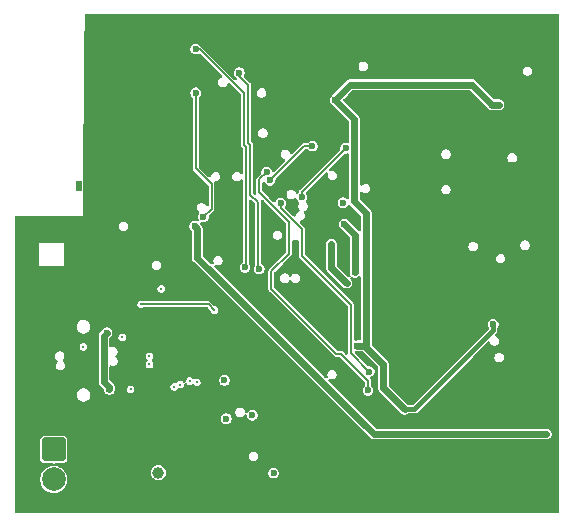
<source format=gbr>
G04 #@! TF.GenerationSoftware,KiCad,Pcbnew,9.0.6*
G04 #@! TF.CreationDate,2025-12-29T13:59:20+01:00*
G04 #@! TF.ProjectId,Lars-10W-RGBW-V1,4c617273-2d31-4305-972d-524742572d56,rev?*
G04 #@! TF.SameCoordinates,Original*
G04 #@! TF.FileFunction,Copper,L3,Inr*
G04 #@! TF.FilePolarity,Positive*
%FSLAX46Y46*%
G04 Gerber Fmt 4.6, Leading zero omitted, Abs format (unit mm)*
G04 Created by KiCad (PCBNEW 9.0.6) date 2025-12-29 13:59:20*
%MOMM*%
%LPD*%
G01*
G04 APERTURE LIST*
G04 Aperture macros list*
%AMRoundRect*
0 Rectangle with rounded corners*
0 $1 Rounding radius*
0 $2 $3 $4 $5 $6 $7 $8 $9 X,Y pos of 4 corners*
0 Add a 4 corners polygon primitive as box body*
4,1,4,$2,$3,$4,$5,$6,$7,$8,$9,$2,$3,0*
0 Add four circle primitives for the rounded corners*
1,1,$1+$1,$2,$3*
1,1,$1+$1,$4,$5*
1,1,$1+$1,$6,$7*
1,1,$1+$1,$8,$9*
0 Add four rect primitives between the rounded corners*
20,1,$1+$1,$2,$3,$4,$5,0*
20,1,$1+$1,$4,$5,$6,$7,0*
20,1,$1+$1,$6,$7,$8,$9,0*
20,1,$1+$1,$8,$9,$2,$3,0*%
G04 Aperture macros list end*
G04 #@! TA.AperFunction,ComponentPad*
%ADD10RoundRect,0.250000X-0.750000X0.750000X-0.750000X-0.750000X0.750000X-0.750000X0.750000X0.750000X0*%
G04 #@! TD*
G04 #@! TA.AperFunction,ComponentPad*
%ADD11C,2.000000*%
G04 #@! TD*
G04 #@! TA.AperFunction,HeatsinkPad*
%ADD12C,0.500000*%
G04 #@! TD*
G04 #@! TA.AperFunction,ComponentPad*
%ADD13R,0.500000X0.900000*%
G04 #@! TD*
G04 #@! TA.AperFunction,HeatsinkPad*
%ADD14O,2.100000X1.000000*%
G04 #@! TD*
G04 #@! TA.AperFunction,HeatsinkPad*
%ADD15O,1.800000X1.000000*%
G04 #@! TD*
G04 #@! TA.AperFunction,ViaPad*
%ADD16C,0.600000*%
G04 #@! TD*
G04 #@! TA.AperFunction,ViaPad*
%ADD17C,0.300000*%
G04 #@! TD*
G04 #@! TA.AperFunction,ViaPad*
%ADD18C,1.000000*%
G04 #@! TD*
G04 #@! TA.AperFunction,Conductor*
%ADD19C,0.600000*%
G04 #@! TD*
G04 #@! TA.AperFunction,Conductor*
%ADD20C,0.200000*%
G04 #@! TD*
G04 #@! TA.AperFunction,Conductor*
%ADD21C,0.400000*%
G04 #@! TD*
G04 APERTURE END LIST*
D10*
X108900000Y-75900000D03*
D11*
X108900000Y-78440000D03*
D12*
X123680000Y-55420000D03*
X123680000Y-56420000D03*
X123680000Y-57420000D03*
X124680000Y-55420000D03*
X124680000Y-56420000D03*
X124680000Y-57420000D03*
X125680000Y-55420000D03*
X125680000Y-56420000D03*
X125680000Y-57420000D03*
X133100000Y-68400000D03*
X133100000Y-67300000D03*
X144500000Y-66450000D03*
X144500000Y-65350000D03*
D13*
X111000000Y-53600000D03*
D12*
X130605000Y-47605000D03*
X130605000Y-46505000D03*
X118625000Y-67225000D03*
X118625000Y-68375000D03*
X119775000Y-67225000D03*
X119775000Y-68375000D03*
X144500000Y-48000000D03*
X144500000Y-46900000D03*
D14*
X111905000Y-64080000D03*
D15*
X107725000Y-64080000D03*
D14*
X111905000Y-72720000D03*
D15*
X107725000Y-72720000D03*
D16*
X121200000Y-75000000D03*
X115500000Y-61400000D03*
X146200000Y-71100000D03*
X126700000Y-64000000D03*
D17*
X113200000Y-56300000D03*
D16*
X120900000Y-53000000D03*
D17*
X111900000Y-56400000D03*
D16*
X137600000Y-56300000D03*
D17*
X106800000Y-56300000D03*
D16*
X141200000Y-54300000D03*
X120300000Y-76700000D03*
X140500000Y-53500000D03*
D17*
X111600000Y-41300000D03*
X110500000Y-56300000D03*
X113500000Y-71800000D03*
X115500000Y-72600000D03*
D16*
X147500000Y-69600000D03*
X138400000Y-54800000D03*
X138000000Y-62000000D03*
D17*
X112000000Y-56000000D03*
X118700000Y-57400000D03*
X107200000Y-60100000D03*
D16*
X151100000Y-80000000D03*
D17*
X113500000Y-52800000D03*
D16*
X139200000Y-56100000D03*
X136900000Y-55800000D03*
X135000000Y-40100000D03*
X117800000Y-81000000D03*
X149300000Y-42500000D03*
X118700000Y-46700000D03*
D17*
X122900000Y-71600000D03*
D16*
X113300000Y-46400000D03*
D17*
X111600000Y-43700000D03*
D16*
X138400000Y-55700000D03*
D17*
X113700000Y-53300000D03*
X111600000Y-44500000D03*
X113100000Y-58100000D03*
X111600000Y-43300000D03*
X113800000Y-54300000D03*
D16*
X141100000Y-55100000D03*
X117700000Y-56400000D03*
D17*
X111600000Y-54700000D03*
X114700000Y-52400000D03*
X113400000Y-72700000D03*
D16*
X118000000Y-76500000D03*
X149900000Y-67500000D03*
X145400000Y-71700000D03*
X132800000Y-80600000D03*
X127800000Y-46800000D03*
X139400000Y-66000000D03*
X150700000Y-70000000D03*
D17*
X115841182Y-64529532D03*
X115470201Y-71721779D03*
X111600000Y-52600000D03*
D16*
X121200000Y-76000000D03*
D17*
X111600000Y-49700000D03*
D16*
X122300000Y-62000000D03*
D17*
X111600000Y-48900000D03*
D16*
X140700000Y-69200000D03*
D17*
X116000000Y-53900000D03*
X111600000Y-44900000D03*
X112900000Y-54900000D03*
D16*
X120800000Y-66100000D03*
X133900000Y-40300000D03*
D17*
X117800000Y-50900000D03*
X115100000Y-53400000D03*
X107500000Y-61500000D03*
X111100000Y-58500000D03*
X111600000Y-41700000D03*
X111600000Y-50100000D03*
X118097154Y-59702172D03*
D16*
X138900000Y-69500000D03*
X137000000Y-57200000D03*
X136500000Y-56400000D03*
X134200000Y-79600000D03*
X123300000Y-77700000D03*
X138200000Y-48000000D03*
X134600000Y-77100000D03*
X151100000Y-57000000D03*
X143100000Y-67300000D03*
X140700000Y-68200000D03*
D17*
X111600000Y-50500000D03*
D16*
X127800000Y-45500000D03*
X124400000Y-47900000D03*
D17*
X111600000Y-45700000D03*
D16*
X138000000Y-63000000D03*
D17*
X113100000Y-56700000D03*
D16*
X129300000Y-79600000D03*
X138900000Y-47200000D03*
X149800000Y-81000000D03*
D17*
X113400000Y-54600000D03*
X110300000Y-60500000D03*
D16*
X144300000Y-42900000D03*
D17*
X110300000Y-61000000D03*
X122200000Y-65000000D03*
X110200000Y-61600000D03*
X108800000Y-56300000D03*
D16*
X133100000Y-48300000D03*
X143800000Y-70600000D03*
X144300000Y-77000000D03*
D17*
X117100000Y-62900000D03*
X113000000Y-74000000D03*
X113100000Y-52500000D03*
D16*
X120600000Y-53700000D03*
D17*
X110500000Y-58200000D03*
X112800000Y-59000000D03*
X127300000Y-70500000D03*
D16*
X118000000Y-52000000D03*
X139300000Y-50600000D03*
X135200000Y-75800000D03*
D17*
X116300000Y-55300000D03*
D16*
X112500000Y-41300000D03*
D17*
X110000000Y-57100000D03*
X111600000Y-47300000D03*
D16*
X140900000Y-49500000D03*
X136405000Y-48705000D03*
D17*
X111600000Y-46100000D03*
X117011122Y-70184635D03*
D16*
X130800000Y-48900000D03*
D17*
X110000000Y-56300000D03*
D16*
X137600000Y-55200000D03*
X139200000Y-57100000D03*
D17*
X108400000Y-57000000D03*
D16*
X117305630Y-69782587D03*
X130700000Y-45200000D03*
X151400000Y-69400000D03*
D17*
X124300000Y-50900000D03*
X111600000Y-48100000D03*
D16*
X132500000Y-55000000D03*
D17*
X111600000Y-42500000D03*
D16*
X119100000Y-76600000D03*
D17*
X111600000Y-45300000D03*
X113000000Y-58500000D03*
X110900000Y-56300000D03*
D16*
X137400000Y-43900000D03*
X148300000Y-40200000D03*
D17*
X108200000Y-61700000D03*
D16*
X149500000Y-60700000D03*
D17*
X112900000Y-51000000D03*
X115700000Y-55400000D03*
X111600000Y-40500000D03*
X111600000Y-47700000D03*
D16*
X139700000Y-49400000D03*
D17*
X113945266Y-63008018D03*
D16*
X142300000Y-80500000D03*
X121500000Y-53700000D03*
X144600000Y-71100000D03*
X139900000Y-50600000D03*
X121600000Y-61800000D03*
D17*
X116800000Y-55300000D03*
X107200000Y-58700000D03*
D16*
X141800000Y-55700000D03*
X135700000Y-54800000D03*
D17*
X130600000Y-71400000D03*
X112200000Y-50900000D03*
X109200000Y-56300000D03*
X129700000Y-70300000D03*
D16*
X112100000Y-45200000D03*
X136500000Y-53800000D03*
D17*
X109700000Y-61800000D03*
X116400000Y-53900000D03*
D16*
X135400000Y-79200000D03*
D17*
X107300000Y-57600000D03*
D16*
X145500000Y-76500000D03*
D17*
X111600000Y-46500000D03*
D16*
X141400000Y-46600000D03*
D17*
X107800000Y-57000000D03*
X113900000Y-55700000D03*
D16*
X140400000Y-54300000D03*
D17*
X118783393Y-57857475D03*
X111600000Y-40900000D03*
D16*
X116800000Y-57400000D03*
X135700000Y-77200000D03*
D17*
X112200000Y-55500000D03*
D16*
X139300000Y-54000000D03*
X119500000Y-55500000D03*
X127000000Y-80300000D03*
X141800000Y-63900000D03*
X118200000Y-48600000D03*
X138400000Y-56700000D03*
X131600000Y-55000000D03*
X135600000Y-49000000D03*
D17*
X111300000Y-60100000D03*
D16*
X138400000Y-50600000D03*
D17*
X113100000Y-57700000D03*
X110800000Y-60400000D03*
X111600000Y-39300000D03*
D16*
X144100000Y-50200000D03*
D17*
X112500000Y-55200000D03*
X111600000Y-44100000D03*
D16*
X150800000Y-64100000D03*
D17*
X113100000Y-57200000D03*
D16*
X117500000Y-73100000D03*
X150600000Y-62400000D03*
X139000000Y-80400000D03*
X119300000Y-56400000D03*
D17*
X113500000Y-56000000D03*
X108400000Y-56300000D03*
D16*
X140000000Y-48200000D03*
X118900000Y-53700000D03*
X121400000Y-77100000D03*
X137600000Y-54100000D03*
D17*
X115400000Y-73900000D03*
D16*
X139200000Y-55200000D03*
X144000000Y-49100000D03*
X137800000Y-57700000D03*
X113000000Y-80700000D03*
D17*
X115300000Y-55500000D03*
X109300000Y-57000000D03*
D16*
X112600000Y-39800000D03*
D17*
X127100000Y-69000000D03*
D16*
X143800000Y-71700000D03*
D17*
X109600000Y-56300000D03*
D16*
X147000000Y-40300000D03*
X144400000Y-80200000D03*
D17*
X113800000Y-53800000D03*
X107200000Y-59500000D03*
X111600000Y-55100000D03*
X107200000Y-58100000D03*
X107200000Y-56300000D03*
X114900000Y-55800000D03*
X111600000Y-42900000D03*
X111900000Y-57800000D03*
D16*
X112800000Y-43400000D03*
X150700000Y-44800000D03*
X124300000Y-77700000D03*
D17*
X111800000Y-58200000D03*
D16*
X131400000Y-56800000D03*
X150200000Y-59100000D03*
X126100000Y-61900000D03*
X123700000Y-78400000D03*
D17*
X113700000Y-51400000D03*
X111600000Y-56000000D03*
X131200000Y-75600000D03*
D16*
X144700000Y-44100000D03*
X122300000Y-77700000D03*
X123983591Y-45516409D03*
X140900000Y-50600000D03*
D17*
X117000000Y-64100000D03*
D16*
X145100000Y-67900000D03*
D17*
X115300000Y-73200000D03*
D16*
X131200000Y-76400000D03*
X123900000Y-61100000D03*
D17*
X111600000Y-53100000D03*
D16*
X140200000Y-55800000D03*
X139980331Y-65380331D03*
X135500000Y-41100000D03*
D17*
X112600000Y-52300000D03*
X115612467Y-58949508D03*
D16*
X135500000Y-42100000D03*
D17*
X114400000Y-55900000D03*
D16*
X150300000Y-49100000D03*
X129900000Y-49600000D03*
X151300000Y-63200000D03*
X136300000Y-57800000D03*
D17*
X118100000Y-51300000D03*
D16*
X142600000Y-54900000D03*
D17*
X128175840Y-58692654D03*
X130700000Y-75800000D03*
D16*
X118085873Y-72456878D03*
D17*
X108000000Y-56300000D03*
X123100000Y-66400000D03*
D16*
X124200000Y-49900000D03*
D17*
X111600000Y-40100000D03*
D16*
X143400000Y-80400000D03*
D17*
X130200000Y-74400000D03*
X115400000Y-74700000D03*
X111600000Y-48500000D03*
X107200000Y-61000000D03*
D16*
X132800000Y-40200000D03*
X140900000Y-56600000D03*
X118000000Y-47500000D03*
X138800000Y-49500000D03*
D17*
X116900000Y-53900000D03*
D16*
X113400000Y-42200000D03*
X150800000Y-45700000D03*
X132400000Y-56800000D03*
D17*
X111600000Y-52100000D03*
X106000000Y-56300000D03*
X111300000Y-56300000D03*
X126400000Y-68200000D03*
D16*
X140900000Y-47800000D03*
X142900000Y-65900000D03*
D17*
X111600000Y-46900000D03*
X113300000Y-51200000D03*
X123400000Y-71500000D03*
D16*
X121625003Y-70200000D03*
D17*
X111600000Y-55600000D03*
D16*
X126900000Y-79000000D03*
X118600000Y-56400000D03*
D17*
X111600000Y-49300000D03*
X111700000Y-50900000D03*
D16*
X144200000Y-68800000D03*
D17*
X120500000Y-56400000D03*
X114400000Y-52000000D03*
D16*
X140200000Y-57200000D03*
D17*
X114100000Y-51700000D03*
D16*
X125669669Y-65330331D03*
X137100000Y-76700000D03*
X145400000Y-70600000D03*
D17*
X111500000Y-58600000D03*
D16*
X119800000Y-53700000D03*
X130700000Y-43400000D03*
X136700000Y-54800000D03*
D17*
X121600000Y-65800000D03*
D16*
X118600000Y-55500000D03*
D17*
X116300000Y-62900000D03*
X114900000Y-52900000D03*
X126600000Y-69900000D03*
X111600000Y-39700000D03*
X111900000Y-57300000D03*
D16*
X149500000Y-41700000D03*
X132100000Y-75600000D03*
D17*
X111700000Y-59900000D03*
D16*
X117200000Y-79100000D03*
X140400000Y-69900000D03*
D17*
X115500000Y-53800000D03*
D16*
X123800000Y-63934300D03*
X143800000Y-76000000D03*
X138900000Y-46200000D03*
D17*
X119200000Y-64500000D03*
D16*
X117000000Y-80300000D03*
D17*
X111900000Y-56800000D03*
X107600000Y-56300000D03*
D16*
X124500000Y-78500000D03*
X130600000Y-58100000D03*
D17*
X120300000Y-71800000D03*
X109000000Y-61800000D03*
X112600000Y-59400000D03*
X116992654Y-69241593D03*
X110400000Y-57500000D03*
D16*
X129700000Y-63200000D03*
D17*
X112200000Y-59700000D03*
X112100000Y-52100000D03*
X111600000Y-42100000D03*
X106400000Y-56300000D03*
D16*
X127500000Y-64200000D03*
D17*
X111600000Y-54100000D03*
X121400000Y-64200000D03*
D16*
X121560402Y-56210114D03*
X120900000Y-45700000D03*
X120900000Y-42000000D03*
X125080000Y-60480000D03*
X150600000Y-74600000D03*
X120814763Y-56988645D03*
X138600000Y-72500000D03*
X135200000Y-67100000D03*
X146000000Y-46700000D03*
X146100000Y-65300000D03*
X146600000Y-46700000D03*
X134600000Y-67100000D03*
X132705000Y-46305000D03*
D17*
X118000000Y-62301000D03*
D16*
X133700000Y-61800000D03*
D17*
X132400000Y-58500000D03*
D16*
X134400000Y-60900000D03*
X133500000Y-56800000D03*
X133400000Y-55000000D03*
D17*
X122500000Y-64100000D03*
X116300000Y-63600000D03*
D18*
X117750000Y-77850000D03*
D16*
X125700000Y-73000000D03*
X123350000Y-70050000D03*
X113400000Y-66000000D03*
X113600000Y-70800000D03*
D17*
X114700000Y-66400000D03*
X111400000Y-67200000D03*
X120400000Y-70100000D03*
X115400000Y-70800000D03*
X121000000Y-70200000D03*
D16*
X126300000Y-60600000D03*
X124600000Y-44000000D03*
X133600000Y-50400000D03*
X129893934Y-54557535D03*
X128100000Y-55050000D03*
X135600000Y-69300000D03*
X127500000Y-77900000D03*
X123500000Y-73294098D03*
X130800000Y-50200000D03*
X127200000Y-53100000D03*
X126921488Y-52401000D03*
X135500000Y-70900000D03*
D17*
X119600000Y-70400000D03*
X117000000Y-68000000D03*
X117000000Y-68700000D03*
X119100000Y-70600000D03*
D19*
X120814763Y-56988645D02*
X121046772Y-57220654D01*
X121046772Y-59646772D02*
X136000000Y-74600000D01*
X121046772Y-57220654D02*
X121046772Y-59646772D01*
X136000000Y-74600000D02*
X150600000Y-74600000D01*
D20*
X122251000Y-53451000D02*
X122251000Y-55519516D01*
X120900000Y-52100000D02*
X122251000Y-53451000D01*
X120900000Y-45700000D02*
X120900000Y-52100000D01*
X122251000Y-55519516D02*
X121560402Y-56210114D01*
X125180000Y-50276389D02*
X125000000Y-50096389D01*
X121245001Y-42000000D02*
X120900000Y-42000000D01*
X125000000Y-50096389D02*
X125000000Y-45754999D01*
X125080000Y-60480000D02*
X125180000Y-60380000D01*
X125180000Y-60380000D02*
X125180000Y-50276389D01*
X125000000Y-45754999D02*
X121245001Y-42000000D01*
D19*
X144300000Y-45000000D02*
X146000000Y-46700000D01*
X135351000Y-66949000D02*
X135200000Y-67100000D01*
X136800000Y-68700000D02*
X136800000Y-70700000D01*
X135200000Y-67100000D02*
X136050000Y-67950000D01*
X135351000Y-65900000D02*
X135351000Y-67251000D01*
X135351000Y-55888926D02*
X135351000Y-65900000D01*
X146000000Y-46700000D02*
X146600000Y-46700000D01*
D21*
X139400000Y-72500000D02*
X138600000Y-72500000D01*
D19*
X135351000Y-65900000D02*
X135351000Y-66949000D01*
X132705000Y-46305000D02*
X134010000Y-45000000D01*
X136800000Y-70700000D02*
X138600000Y-72500000D01*
X134600000Y-67100000D02*
X135200000Y-67100000D01*
X134010000Y-45000000D02*
X144300000Y-45000000D01*
X134351000Y-54888926D02*
X135351000Y-55888926D01*
D21*
X146100000Y-65300000D02*
X146100000Y-65800000D01*
D19*
X134351000Y-47951000D02*
X134351000Y-54888926D01*
X132705000Y-46305000D02*
X134351000Y-47951000D01*
D21*
X146100000Y-65800000D02*
X139400000Y-72500000D01*
D19*
X136050000Y-67950000D02*
X136800000Y-68700000D01*
X135351000Y-67251000D02*
X136050000Y-67950000D01*
X132400000Y-58500000D02*
X132400000Y-60500000D01*
X132400000Y-60500000D02*
X133700000Y-61800000D01*
X134400000Y-57700000D02*
X133500000Y-56800000D01*
X134400000Y-60900000D02*
X134400000Y-57700000D01*
D20*
X116800000Y-63600000D02*
X122000000Y-63600000D01*
X116300000Y-63600000D02*
X116800000Y-63600000D01*
X122000000Y-63600000D02*
X122500000Y-64100000D01*
D19*
X113149000Y-66251000D02*
X113400000Y-66000000D01*
X113600000Y-70800000D02*
X113600000Y-70600000D01*
X113149000Y-70149000D02*
X113149000Y-66251000D01*
X113600000Y-70600000D02*
X113149000Y-70149000D01*
D20*
X125351000Y-45051000D02*
X125351000Y-49951000D01*
X126181000Y-60481000D02*
X126300000Y-60600000D01*
X125531000Y-50131001D02*
X125531000Y-54331000D01*
X125531000Y-54331000D02*
X126181000Y-54981000D01*
X125351000Y-49951000D02*
X125531000Y-50131001D01*
X124600000Y-44000000D02*
X124600000Y-44300000D01*
X126181000Y-54981000D02*
X126181000Y-60481000D01*
X124600000Y-44300000D02*
X125351000Y-45051000D01*
X129893934Y-54106066D02*
X133600000Y-50400000D01*
X129893934Y-54557535D02*
X129893934Y-54106066D01*
X134049000Y-67749000D02*
X135600000Y-69300000D01*
X128100000Y-55050000D02*
X128100000Y-55414254D01*
X134049000Y-63649000D02*
X134049000Y-67749000D01*
X128100000Y-55414254D02*
X129892873Y-57207127D01*
X129892873Y-59492873D02*
X134049000Y-63649000D01*
X129892873Y-57207127D02*
X129892873Y-59492873D01*
X130100000Y-50200000D02*
X130800000Y-50200000D01*
X127200000Y-53100000D02*
X130100000Y-50200000D01*
X128800000Y-59320768D02*
X127300000Y-60820768D01*
X126883000Y-54693642D02*
X128800000Y-56610642D01*
X128800000Y-59300000D02*
X128800000Y-59320768D01*
X128800000Y-56610642D02*
X128800000Y-59300000D01*
X133209521Y-67801000D02*
X135500000Y-70091479D01*
X126302000Y-53020488D02*
X126302000Y-54109222D01*
X126302000Y-54109222D02*
X126883000Y-54690222D01*
X127300000Y-60820768D02*
X127300000Y-62300000D01*
X126883000Y-54690222D02*
X126883000Y-54693642D01*
X127300000Y-62300000D02*
X132801000Y-67801000D01*
X132801000Y-67801000D02*
X133209521Y-67801000D01*
X126921488Y-52401000D02*
X126302000Y-53020488D01*
X135500000Y-70091479D02*
X135500000Y-70900000D01*
G04 #@! TA.AperFunction,Conductor*
G36*
X129206569Y-58178105D02*
G01*
X129290146Y-58200500D01*
X129290149Y-58200500D01*
X129395597Y-58200500D01*
X129395600Y-58200500D01*
X129486282Y-58176202D01*
X129556129Y-58177865D01*
X129613992Y-58217027D01*
X129641496Y-58281256D01*
X129642373Y-58295977D01*
X129642373Y-59542702D01*
X129680509Y-59634770D01*
X133762181Y-63716442D01*
X133795666Y-63777765D01*
X133798500Y-63804123D01*
X133798500Y-67736356D01*
X133778815Y-67803395D01*
X133726011Y-67849150D01*
X133656853Y-67859094D01*
X133593297Y-67830069D01*
X133586819Y-67824037D01*
X133351418Y-67588636D01*
X133259350Y-67550500D01*
X133259349Y-67550500D01*
X132956122Y-67550500D01*
X132889083Y-67530815D01*
X132868441Y-67514181D01*
X127586819Y-62232558D01*
X127553334Y-62171235D01*
X127550500Y-62144877D01*
X127550500Y-61347273D01*
X128049500Y-61347273D01*
X128049500Y-61452727D01*
X128076793Y-61554587D01*
X128129520Y-61645913D01*
X128204087Y-61720480D01*
X128295413Y-61773207D01*
X128397273Y-61800500D01*
X128397275Y-61800500D01*
X128502725Y-61800500D01*
X128502727Y-61800500D01*
X128604587Y-61773207D01*
X128695913Y-61720480D01*
X128770480Y-61645913D01*
X128792614Y-61607574D01*
X128843179Y-61559361D01*
X128911786Y-61546137D01*
X128976651Y-61572105D01*
X129007384Y-61607573D01*
X129029520Y-61645913D01*
X129104087Y-61720480D01*
X129195413Y-61773207D01*
X129297273Y-61800500D01*
X129297275Y-61800500D01*
X129402725Y-61800500D01*
X129402727Y-61800500D01*
X129504587Y-61773207D01*
X129595913Y-61720480D01*
X129670480Y-61645913D01*
X129723207Y-61554587D01*
X129750500Y-61452727D01*
X129750500Y-61347273D01*
X129723207Y-61245413D01*
X129670480Y-61154087D01*
X129595913Y-61079520D01*
X129504587Y-61026793D01*
X129402727Y-60999500D01*
X129297273Y-60999500D01*
X129195413Y-61026793D01*
X129195410Y-61026794D01*
X129104085Y-61079521D01*
X129029522Y-61154084D01*
X129029520Y-61154086D01*
X129029520Y-61154087D01*
X129007385Y-61192425D01*
X128956820Y-61240639D01*
X128888212Y-61253861D01*
X128823348Y-61227893D01*
X128792615Y-61192426D01*
X128770480Y-61154087D01*
X128695913Y-61079520D01*
X128604587Y-61026793D01*
X128502727Y-60999500D01*
X128397273Y-60999500D01*
X128295413Y-61026793D01*
X128295410Y-61026794D01*
X128204085Y-61079521D01*
X128129521Y-61154085D01*
X128076794Y-61245410D01*
X128076793Y-61245413D01*
X128049500Y-61347273D01*
X127550500Y-61347273D01*
X127550500Y-60975891D01*
X127570185Y-60908852D01*
X127586819Y-60888210D01*
X128294828Y-60180201D01*
X129012364Y-59462665D01*
X129050500Y-59370596D01*
X129050500Y-59270941D01*
X129050500Y-59250172D01*
X129050500Y-58297886D01*
X129070185Y-58230847D01*
X129122989Y-58185092D01*
X129192147Y-58175148D01*
X129206569Y-58178105D01*
G37*
G04 #@! TD.AperFunction*
G04 #@! TA.AperFunction,Conductor*
G36*
X133787689Y-50828727D02*
G01*
X133814256Y-50829360D01*
X133821624Y-50834347D01*
X133830403Y-50835801D01*
X133850110Y-50853626D01*
X133872118Y-50868522D01*
X133875621Y-50876702D01*
X133882220Y-50882671D01*
X133889161Y-50908321D01*
X133899623Y-50932750D01*
X133900500Y-50947472D01*
X133900500Y-54564036D01*
X133880815Y-54631075D01*
X133828011Y-54676830D01*
X133758853Y-54686774D01*
X133695297Y-54657749D01*
X133688819Y-54651717D01*
X133676615Y-54639513D01*
X133676613Y-54639511D01*
X133573886Y-54580201D01*
X133459309Y-54549500D01*
X133340691Y-54549500D01*
X133226114Y-54580201D01*
X133226112Y-54580201D01*
X133226112Y-54580202D01*
X133123387Y-54639511D01*
X133123384Y-54639513D01*
X133039513Y-54723384D01*
X133039511Y-54723387D01*
X132983990Y-54819552D01*
X132980201Y-54826114D01*
X132949500Y-54940691D01*
X132949500Y-55059309D01*
X132980201Y-55173886D01*
X133039511Y-55276613D01*
X133123387Y-55360489D01*
X133226114Y-55419799D01*
X133340691Y-55450500D01*
X133340694Y-55450500D01*
X133459306Y-55450500D01*
X133459309Y-55450500D01*
X133573886Y-55419799D01*
X133676613Y-55360489D01*
X133760489Y-55276613D01*
X133804539Y-55200317D01*
X133855106Y-55152101D01*
X133923714Y-55138879D01*
X133988578Y-55164847D01*
X133999607Y-55174636D01*
X134864181Y-56039210D01*
X134897666Y-56100533D01*
X134900500Y-56126891D01*
X134900500Y-57264035D01*
X134880815Y-57331074D01*
X134828011Y-57376829D01*
X134758853Y-57386773D01*
X134695297Y-57357748D01*
X134688819Y-57351716D01*
X133776616Y-56439513D01*
X133776614Y-56439511D01*
X133696603Y-56393316D01*
X133673888Y-56380201D01*
X133661780Y-56376957D01*
X133649673Y-56373713D01*
X133649670Y-56373712D01*
X133611478Y-56363478D01*
X133559309Y-56349500D01*
X133440691Y-56349500D01*
X133350325Y-56373713D01*
X133350324Y-56373712D01*
X133326116Y-56380199D01*
X133326113Y-56380200D01*
X133223386Y-56439511D01*
X133223383Y-56439513D01*
X133139513Y-56523383D01*
X133139509Y-56523389D01*
X133080201Y-56626112D01*
X133080200Y-56626117D01*
X133063403Y-56688804D01*
X133049500Y-56740691D01*
X133049500Y-56859309D01*
X133058031Y-56891149D01*
X133072194Y-56944006D01*
X133072201Y-56944029D01*
X133072204Y-56944040D01*
X133080201Y-56973887D01*
X133139511Y-57076614D01*
X133139513Y-57076616D01*
X133913181Y-57850284D01*
X133946666Y-57911607D01*
X133949500Y-57937965D01*
X133949500Y-60959309D01*
X133967583Y-61026794D01*
X133980202Y-61073889D01*
X134013616Y-61131763D01*
X134030089Y-61199663D01*
X134007237Y-61265690D01*
X133952316Y-61308880D01*
X133882762Y-61315522D01*
X133820660Y-61283506D01*
X133818548Y-61281444D01*
X132886819Y-60349715D01*
X132853334Y-60288392D01*
X132850500Y-60262034D01*
X132850500Y-58440693D01*
X132850500Y-58440691D01*
X132819799Y-58326114D01*
X132760489Y-58223387D01*
X132676613Y-58139511D01*
X132573886Y-58080201D01*
X132459309Y-58049500D01*
X132340691Y-58049500D01*
X132226114Y-58080201D01*
X132226112Y-58080201D01*
X132226112Y-58080202D01*
X132123387Y-58139511D01*
X132123384Y-58139513D01*
X132039513Y-58223384D01*
X132039511Y-58223387D01*
X131996499Y-58297886D01*
X131980201Y-58326114D01*
X131949500Y-58440691D01*
X131949500Y-58440693D01*
X131949500Y-60559309D01*
X131966670Y-60623388D01*
X131966670Y-60623389D01*
X131980199Y-60673884D01*
X131995566Y-60700499D01*
X132039511Y-60776614D01*
X133423386Y-62160490D01*
X133492687Y-62200500D01*
X133526114Y-62219799D01*
X133640691Y-62250500D01*
X133640694Y-62250500D01*
X133759307Y-62250500D01*
X133759309Y-62250500D01*
X133843186Y-62228025D01*
X133873887Y-62219799D01*
X133914695Y-62196239D01*
X133976607Y-62160494D01*
X133976606Y-62160494D01*
X133976614Y-62160490D01*
X134060490Y-62076614D01*
X134073019Y-62054912D01*
X134119798Y-61973889D01*
X134119798Y-61973888D01*
X134119799Y-61973887D01*
X134128025Y-61943186D01*
X134150500Y-61859309D01*
X134150500Y-61740691D01*
X134119799Y-61626114D01*
X134060490Y-61523386D01*
X134018555Y-61481451D01*
X133985070Y-61420128D01*
X133990054Y-61350436D01*
X134031926Y-61294503D01*
X134097390Y-61270086D01*
X134165663Y-61284938D01*
X134168212Y-61286369D01*
X134226114Y-61319799D01*
X134340691Y-61350500D01*
X134340694Y-61350500D01*
X134459306Y-61350500D01*
X134459309Y-61350500D01*
X134573886Y-61319799D01*
X134676613Y-61260489D01*
X134688819Y-61248283D01*
X134750142Y-61214798D01*
X134819834Y-61219782D01*
X134875767Y-61261654D01*
X134900184Y-61327118D01*
X134900500Y-61335964D01*
X134900500Y-66525500D01*
X134880815Y-66592539D01*
X134828011Y-66638294D01*
X134776500Y-66649500D01*
X134540691Y-66649500D01*
X134455593Y-66672302D01*
X134385743Y-66670639D01*
X134327881Y-66631476D01*
X134300377Y-66567248D01*
X134299500Y-66552527D01*
X134299500Y-63599173D01*
X134299499Y-63599170D01*
X134261364Y-63507103D01*
X134190897Y-63436636D01*
X130179692Y-59425431D01*
X130146207Y-59364108D01*
X130143373Y-59337750D01*
X130143373Y-57157300D01*
X130143372Y-57157297D01*
X130142250Y-57154589D01*
X130105237Y-57065230D01*
X130034770Y-56994763D01*
X129750387Y-56710380D01*
X129716902Y-56649057D01*
X129721886Y-56579365D01*
X129763758Y-56523432D01*
X129829222Y-56499015D01*
X129838068Y-56498699D01*
X129851796Y-56498699D01*
X129851798Y-56498699D01*
X129953658Y-56471406D01*
X130044984Y-56418679D01*
X130119551Y-56344112D01*
X130172278Y-56252786D01*
X130199571Y-56150926D01*
X130199571Y-56045472D01*
X130172278Y-55943612D01*
X130119551Y-55852286D01*
X130119549Y-55852284D01*
X130115487Y-55845248D01*
X130117236Y-55844238D01*
X130095962Y-55789215D01*
X130109998Y-55720770D01*
X130157530Y-55671507D01*
X130245913Y-55620480D01*
X130320480Y-55545913D01*
X130373207Y-55454587D01*
X130400500Y-55352727D01*
X130400500Y-55247273D01*
X130373207Y-55145413D01*
X130320480Y-55054087D01*
X130264505Y-54998112D01*
X130231020Y-54936789D01*
X130236004Y-54867097D01*
X130253820Y-54834932D01*
X130254414Y-54834156D01*
X130254423Y-54834148D01*
X130313733Y-54731421D01*
X130344434Y-54616844D01*
X130344434Y-54498226D01*
X130313733Y-54383649D01*
X130254423Y-54280922D01*
X130251561Y-54278060D01*
X130249919Y-54275054D01*
X130249476Y-54274476D01*
X130249566Y-54274406D01*
X130218076Y-54216737D01*
X130223060Y-54147045D01*
X130251559Y-54102700D01*
X131915942Y-52438317D01*
X131977262Y-52404834D01*
X132046954Y-52409818D01*
X132102887Y-52451690D01*
X132127304Y-52517154D01*
X132123395Y-52558092D01*
X132099500Y-52647271D01*
X132099500Y-52647273D01*
X132099500Y-52752727D01*
X132126295Y-52852726D01*
X132126793Y-52854586D01*
X132126794Y-52854589D01*
X132129151Y-52858671D01*
X132179520Y-52945913D01*
X132254087Y-53020480D01*
X132345413Y-53073207D01*
X132447273Y-53100500D01*
X132447275Y-53100500D01*
X132552725Y-53100500D01*
X132552727Y-53100500D01*
X132654587Y-53073207D01*
X132745913Y-53020480D01*
X132820480Y-52945913D01*
X132873207Y-52854587D01*
X132900500Y-52752727D01*
X132900500Y-52647273D01*
X132873207Y-52545413D01*
X132820480Y-52454087D01*
X132745913Y-52379520D01*
X132654587Y-52326793D01*
X132552727Y-52299500D01*
X132447273Y-52299500D01*
X132447271Y-52299500D01*
X132358092Y-52323395D01*
X132288242Y-52321732D01*
X132230380Y-52282569D01*
X132202877Y-52218340D01*
X132214464Y-52149438D01*
X132238315Y-52115943D01*
X133467440Y-50886818D01*
X133487999Y-50875592D01*
X133506025Y-50860634D01*
X133521088Y-50857524D01*
X133528763Y-50853334D01*
X133540094Y-50851414D01*
X133547580Y-50850500D01*
X133659309Y-50850500D01*
X133752828Y-50825441D01*
X133761473Y-50824386D01*
X133787689Y-50828727D01*
G37*
G04 #@! TD.AperFunction*
G04 #@! TA.AperFunction,Conductor*
G36*
X151642539Y-39020185D02*
G01*
X151688294Y-39072989D01*
X151699500Y-39124500D01*
X151699500Y-81175500D01*
X151679815Y-81242539D01*
X151627011Y-81288294D01*
X151575500Y-81299500D01*
X105724500Y-81299500D01*
X105657461Y-81279815D01*
X105611706Y-81227011D01*
X105600500Y-81175500D01*
X105600500Y-75118475D01*
X107749500Y-75118475D01*
X107749500Y-76681517D01*
X107760292Y-76749657D01*
X107764354Y-76775304D01*
X107821950Y-76888342D01*
X107821952Y-76888344D01*
X107821954Y-76888347D01*
X107911652Y-76978045D01*
X107911654Y-76978046D01*
X107911658Y-76978050D01*
X108024694Y-77035645D01*
X108024698Y-77035647D01*
X108118475Y-77050499D01*
X108118481Y-77050500D01*
X108742873Y-77050499D01*
X108809910Y-77070183D01*
X108855665Y-77122987D01*
X108865609Y-77192146D01*
X108836584Y-77255702D01*
X108777806Y-77293476D01*
X108762270Y-77296972D01*
X108630589Y-77317829D01*
X108458363Y-77373787D01*
X108458360Y-77373788D01*
X108297002Y-77456006D01*
X108150505Y-77562441D01*
X108150500Y-77562445D01*
X108022445Y-77690500D01*
X108022441Y-77690505D01*
X107916006Y-77837002D01*
X107833788Y-77998360D01*
X107833787Y-77998363D01*
X107777829Y-78170589D01*
X107749500Y-78349448D01*
X107749500Y-78530551D01*
X107777829Y-78709410D01*
X107833787Y-78881636D01*
X107833788Y-78881639D01*
X107916006Y-79042997D01*
X108022441Y-79189494D01*
X108022445Y-79189499D01*
X108150500Y-79317554D01*
X108150505Y-79317558D01*
X108278287Y-79410396D01*
X108297006Y-79423996D01*
X108402484Y-79477740D01*
X108458360Y-79506211D01*
X108458363Y-79506212D01*
X108544476Y-79534191D01*
X108630591Y-79562171D01*
X108713429Y-79575291D01*
X108809449Y-79590500D01*
X108809454Y-79590500D01*
X108990551Y-79590500D01*
X109077259Y-79576765D01*
X109169409Y-79562171D01*
X109341639Y-79506211D01*
X109502994Y-79423996D01*
X109649501Y-79317553D01*
X109777553Y-79189501D01*
X109883996Y-79042994D01*
X109966211Y-78881639D01*
X110022171Y-78709409D01*
X110036765Y-78617259D01*
X110050500Y-78530551D01*
X110050500Y-78349448D01*
X110034019Y-78245397D01*
X110022171Y-78170591D01*
X109994191Y-78084476D01*
X109966212Y-77998363D01*
X109966211Y-77998360D01*
X109923263Y-77914071D01*
X117099499Y-77914071D01*
X117124497Y-78039738D01*
X117124499Y-78039744D01*
X117173533Y-78158124D01*
X117173538Y-78158133D01*
X117244723Y-78264668D01*
X117244726Y-78264672D01*
X117335327Y-78355273D01*
X117335331Y-78355276D01*
X117441866Y-78426461D01*
X117441872Y-78426464D01*
X117441873Y-78426465D01*
X117560256Y-78475501D01*
X117560260Y-78475501D01*
X117560261Y-78475502D01*
X117685928Y-78500500D01*
X117685931Y-78500500D01*
X117814071Y-78500500D01*
X117898615Y-78483682D01*
X117939744Y-78475501D01*
X118058127Y-78426465D01*
X118164669Y-78355276D01*
X118255276Y-78264669D01*
X118326465Y-78158127D01*
X118375501Y-78039744D01*
X118400500Y-77914069D01*
X118400500Y-77840691D01*
X127049500Y-77840691D01*
X127049500Y-77959309D01*
X127080201Y-78073886D01*
X127139511Y-78176613D01*
X127223387Y-78260489D01*
X127326114Y-78319799D01*
X127440691Y-78350500D01*
X127440694Y-78350500D01*
X127559306Y-78350500D01*
X127559309Y-78350500D01*
X127673886Y-78319799D01*
X127776613Y-78260489D01*
X127860489Y-78176613D01*
X127919799Y-78073886D01*
X127950500Y-77959309D01*
X127950500Y-77840691D01*
X127919799Y-77726114D01*
X127860489Y-77623387D01*
X127776613Y-77539511D01*
X127673886Y-77480201D01*
X127559309Y-77449500D01*
X127440691Y-77449500D01*
X127326114Y-77480201D01*
X127326112Y-77480201D01*
X127326112Y-77480202D01*
X127223387Y-77539511D01*
X127223384Y-77539513D01*
X127139513Y-77623384D01*
X127139511Y-77623387D01*
X127100764Y-77690499D01*
X127080201Y-77726114D01*
X127049500Y-77840691D01*
X118400500Y-77840691D01*
X118400500Y-77785931D01*
X118400500Y-77785928D01*
X118375502Y-77660261D01*
X118375501Y-77660260D01*
X118375501Y-77660256D01*
X118326465Y-77541873D01*
X118326464Y-77541872D01*
X118326461Y-77541866D01*
X118255276Y-77435331D01*
X118255273Y-77435327D01*
X118164672Y-77344726D01*
X118164668Y-77344723D01*
X118058133Y-77273538D01*
X118058124Y-77273533D01*
X117939744Y-77224499D01*
X117939738Y-77224497D01*
X117814071Y-77199500D01*
X117814069Y-77199500D01*
X117685931Y-77199500D01*
X117685929Y-77199500D01*
X117560261Y-77224497D01*
X117560255Y-77224499D01*
X117441875Y-77273533D01*
X117441866Y-77273538D01*
X117335331Y-77344723D01*
X117335327Y-77344726D01*
X117244726Y-77435327D01*
X117244723Y-77435331D01*
X117173538Y-77541866D01*
X117173533Y-77541875D01*
X117124499Y-77660255D01*
X117124497Y-77660261D01*
X117099500Y-77785928D01*
X117099500Y-77785931D01*
X117099500Y-77914069D01*
X117099500Y-77914071D01*
X117099499Y-77914071D01*
X109923263Y-77914071D01*
X109883995Y-77837004D01*
X109777558Y-77690505D01*
X109777554Y-77690500D01*
X109649499Y-77562445D01*
X109649494Y-77562441D01*
X109502997Y-77456006D01*
X109502996Y-77456005D01*
X109502994Y-77456004D01*
X109451300Y-77429664D01*
X109341639Y-77373788D01*
X109341636Y-77373787D01*
X109169410Y-77317829D01*
X109037728Y-77296972D01*
X108974594Y-77267042D01*
X108937663Y-77207731D01*
X108938661Y-77137868D01*
X108977271Y-77079636D01*
X109041235Y-77051522D01*
X109057120Y-77050499D01*
X109681518Y-77050499D01*
X109775304Y-77035646D01*
X109888342Y-76978050D01*
X109978050Y-76888342D01*
X110035646Y-76775304D01*
X110035646Y-76775302D01*
X110035647Y-76775301D01*
X110050500Y-76681524D01*
X110050500Y-76419398D01*
X125399500Y-76419398D01*
X125399500Y-76524852D01*
X125426793Y-76626712D01*
X125479520Y-76718038D01*
X125554087Y-76792605D01*
X125645413Y-76845332D01*
X125747273Y-76872625D01*
X125747275Y-76872625D01*
X125852725Y-76872625D01*
X125852727Y-76872625D01*
X125954587Y-76845332D01*
X126045913Y-76792605D01*
X126120480Y-76718038D01*
X126173207Y-76626712D01*
X126200500Y-76524852D01*
X126200500Y-76419398D01*
X126173207Y-76317538D01*
X126120480Y-76226212D01*
X126045913Y-76151645D01*
X125954587Y-76098918D01*
X125852727Y-76071625D01*
X125747273Y-76071625D01*
X125645413Y-76098918D01*
X125645410Y-76098919D01*
X125554085Y-76151646D01*
X125479521Y-76226210D01*
X125426794Y-76317535D01*
X125426793Y-76317538D01*
X125399500Y-76419398D01*
X110050500Y-76419398D01*
X110050500Y-76411271D01*
X110050499Y-75118482D01*
X110050498Y-75118475D01*
X110035646Y-75024696D01*
X109978050Y-74911658D01*
X109978046Y-74911654D01*
X109978045Y-74911652D01*
X109888347Y-74821954D01*
X109888344Y-74821952D01*
X109888342Y-74821950D01*
X109811517Y-74782805D01*
X109775301Y-74764352D01*
X109681524Y-74749500D01*
X108118482Y-74749500D01*
X108037519Y-74762323D01*
X108024696Y-74764354D01*
X107911658Y-74821950D01*
X107911657Y-74821951D01*
X107911652Y-74821954D01*
X107821954Y-74911652D01*
X107821951Y-74911657D01*
X107764352Y-75024698D01*
X107749500Y-75118475D01*
X105600500Y-75118475D01*
X105600500Y-73234789D01*
X123049500Y-73234789D01*
X123049500Y-73353407D01*
X123080201Y-73467984D01*
X123139511Y-73570711D01*
X123223387Y-73654587D01*
X123326114Y-73713897D01*
X123440691Y-73744598D01*
X123440694Y-73744598D01*
X123559306Y-73744598D01*
X123559309Y-73744598D01*
X123673886Y-73713897D01*
X123776613Y-73654587D01*
X123860489Y-73570711D01*
X123919799Y-73467984D01*
X123950500Y-73353407D01*
X123950500Y-73234789D01*
X123919799Y-73120212D01*
X123860489Y-73017485D01*
X123776613Y-72933609D01*
X123673886Y-72874299D01*
X123559309Y-72843598D01*
X123440691Y-72843598D01*
X123326114Y-72874299D01*
X123326112Y-72874299D01*
X123326112Y-72874300D01*
X123223387Y-72933609D01*
X123223384Y-72933611D01*
X123139513Y-73017482D01*
X123139511Y-73017485D01*
X123080201Y-73120212D01*
X123049500Y-73234789D01*
X105600500Y-73234789D01*
X105600500Y-72697273D01*
X124273459Y-72697273D01*
X124273459Y-72802727D01*
X124300752Y-72904587D01*
X124353479Y-72995913D01*
X124428046Y-73070480D01*
X124519372Y-73123207D01*
X124621232Y-73150500D01*
X124621234Y-73150500D01*
X124726684Y-73150500D01*
X124726686Y-73150500D01*
X124828546Y-73123207D01*
X124919872Y-73070480D01*
X124994439Y-72995913D01*
X125018114Y-72954905D01*
X125068680Y-72906692D01*
X125137287Y-72893468D01*
X125202151Y-72919436D01*
X125242680Y-72976350D01*
X125249500Y-73016907D01*
X125249500Y-73059309D01*
X125280201Y-73173886D01*
X125339511Y-73276613D01*
X125423387Y-73360489D01*
X125526114Y-73419799D01*
X125640691Y-73450500D01*
X125640694Y-73450500D01*
X125759306Y-73450500D01*
X125759309Y-73450500D01*
X125873886Y-73419799D01*
X125976613Y-73360489D01*
X126060489Y-73276613D01*
X126119799Y-73173886D01*
X126150500Y-73059309D01*
X126150500Y-72940691D01*
X126119799Y-72826114D01*
X126060489Y-72723387D01*
X125976613Y-72639511D01*
X125873886Y-72580201D01*
X125759309Y-72549500D01*
X125640691Y-72549500D01*
X125526114Y-72580201D01*
X125526112Y-72580201D01*
X125526112Y-72580202D01*
X125423387Y-72639511D01*
X125423384Y-72639513D01*
X125339513Y-72723384D01*
X125339511Y-72723387D01*
X125305846Y-72781696D01*
X125255278Y-72829911D01*
X125186671Y-72843133D01*
X125121806Y-72817165D01*
X125081278Y-72760250D01*
X125074459Y-72719695D01*
X125074459Y-72697275D01*
X125074459Y-72697273D01*
X125047166Y-72595413D01*
X124994439Y-72504087D01*
X124919872Y-72429520D01*
X124828546Y-72376793D01*
X124726686Y-72349500D01*
X124621232Y-72349500D01*
X124519372Y-72376793D01*
X124519369Y-72376794D01*
X124428044Y-72429521D01*
X124353480Y-72504085D01*
X124300753Y-72595410D01*
X124300752Y-72595413D01*
X124273459Y-72697273D01*
X105600500Y-72697273D01*
X105600500Y-71214234D01*
X110829500Y-71214234D01*
X110829500Y-71365765D01*
X110868719Y-71512136D01*
X110906602Y-71577750D01*
X110944485Y-71643365D01*
X111051635Y-71750515D01*
X111182865Y-71826281D01*
X111329234Y-71865500D01*
X111329236Y-71865500D01*
X111480764Y-71865500D01*
X111480766Y-71865500D01*
X111627135Y-71826281D01*
X111758365Y-71750515D01*
X111865515Y-71643365D01*
X111941281Y-71512135D01*
X111980500Y-71365766D01*
X111980500Y-71214234D01*
X111941281Y-71067865D01*
X111937007Y-71060463D01*
X111931129Y-71050281D01*
X111865515Y-70936635D01*
X111758365Y-70829485D01*
X111684092Y-70786603D01*
X111627136Y-70753719D01*
X111553950Y-70734109D01*
X111480766Y-70714500D01*
X111329234Y-70714500D01*
X111182863Y-70753719D01*
X111051635Y-70829485D01*
X111051632Y-70829487D01*
X110944487Y-70936632D01*
X110944485Y-70936635D01*
X110868719Y-71067863D01*
X110829500Y-71214234D01*
X105600500Y-71214234D01*
X105600500Y-67947273D01*
X108999500Y-67947273D01*
X108999500Y-68052727D01*
X109026793Y-68154587D01*
X109079520Y-68245913D01*
X109154087Y-68320480D01*
X109162982Y-68325616D01*
X109211197Y-68376179D01*
X109224422Y-68444786D01*
X109198455Y-68509651D01*
X109188665Y-68520682D01*
X109155262Y-68554085D01*
X109102535Y-68645410D01*
X109102534Y-68645413D01*
X109075241Y-68747273D01*
X109075241Y-68852727D01*
X109098495Y-68939511D01*
X109102534Y-68954586D01*
X109102535Y-68954589D01*
X109105928Y-68960465D01*
X109155261Y-69045913D01*
X109229828Y-69120480D01*
X109321154Y-69173207D01*
X109423014Y-69200500D01*
X109423016Y-69200500D01*
X109528466Y-69200500D01*
X109528468Y-69200500D01*
X109630328Y-69173207D01*
X109721654Y-69120480D01*
X109796221Y-69045913D01*
X109848948Y-68954587D01*
X109876241Y-68852727D01*
X109876241Y-68747273D01*
X109848948Y-68645413D01*
X109796221Y-68554087D01*
X109721654Y-68479520D01*
X109712755Y-68474382D01*
X109664542Y-68423817D01*
X109651318Y-68355210D01*
X109677286Y-68290346D01*
X109687069Y-68279323D01*
X109720480Y-68245913D01*
X109773207Y-68154587D01*
X109800500Y-68052727D01*
X109800500Y-67947273D01*
X109773207Y-67845413D01*
X109720480Y-67754087D01*
X109645913Y-67679520D01*
X109554587Y-67626793D01*
X109452727Y-67599500D01*
X109347273Y-67599500D01*
X109245413Y-67626793D01*
X109245410Y-67626794D01*
X109154085Y-67679521D01*
X109079521Y-67754085D01*
X109026794Y-67845410D01*
X109026793Y-67845413D01*
X108999500Y-67947273D01*
X105600500Y-67947273D01*
X105600500Y-67157147D01*
X111074500Y-67157147D01*
X111074500Y-67242852D01*
X111096682Y-67325637D01*
X111096685Y-67325644D01*
X111139530Y-67399855D01*
X111139534Y-67399860D01*
X111139535Y-67399862D01*
X111200138Y-67460465D01*
X111200140Y-67460466D01*
X111200144Y-67460469D01*
X111274355Y-67503314D01*
X111274362Y-67503318D01*
X111357147Y-67525500D01*
X111357149Y-67525500D01*
X111442851Y-67525500D01*
X111442853Y-67525500D01*
X111525638Y-67503318D01*
X111599862Y-67460465D01*
X111660465Y-67399862D01*
X111703318Y-67325638D01*
X111725500Y-67242853D01*
X111725500Y-67157147D01*
X111703318Y-67074362D01*
X111683129Y-67039393D01*
X111660469Y-67000144D01*
X111660463Y-67000136D01*
X111599863Y-66939536D01*
X111599855Y-66939530D01*
X111525644Y-66896685D01*
X111525640Y-66896683D01*
X111525638Y-66896682D01*
X111442853Y-66874500D01*
X111357147Y-66874500D01*
X111274362Y-66896682D01*
X111274355Y-66896685D01*
X111200144Y-66939530D01*
X111200136Y-66939536D01*
X111139536Y-67000136D01*
X111139530Y-67000144D01*
X111096685Y-67074355D01*
X111096682Y-67074362D01*
X111074500Y-67157147D01*
X105600500Y-67157147D01*
X105600500Y-66191691D01*
X112698500Y-66191691D01*
X112698500Y-70208309D01*
X112720179Y-70289214D01*
X112721973Y-70295909D01*
X112721973Y-70295911D01*
X112729200Y-70322886D01*
X112731352Y-70326613D01*
X112788511Y-70425614D01*
X112788513Y-70425616D01*
X113113181Y-70750284D01*
X113146666Y-70811607D01*
X113149500Y-70837965D01*
X113149500Y-70859309D01*
X113180201Y-70973886D01*
X113239511Y-71076613D01*
X113323387Y-71160489D01*
X113426114Y-71219799D01*
X113540691Y-71250500D01*
X113540694Y-71250500D01*
X113659306Y-71250500D01*
X113659309Y-71250500D01*
X113773886Y-71219799D01*
X113876613Y-71160489D01*
X113960489Y-71076613D01*
X114019799Y-70973886D01*
X114050500Y-70859309D01*
X114050500Y-70757147D01*
X115074500Y-70757147D01*
X115074500Y-70842853D01*
X115090702Y-70903318D01*
X115096682Y-70925637D01*
X115096685Y-70925644D01*
X115139530Y-70999855D01*
X115139534Y-70999860D01*
X115139535Y-70999862D01*
X115200138Y-71060465D01*
X115200140Y-71060466D01*
X115200144Y-71060469D01*
X115274355Y-71103314D01*
X115274362Y-71103318D01*
X115357147Y-71125500D01*
X115357149Y-71125500D01*
X115442851Y-71125500D01*
X115442853Y-71125500D01*
X115525638Y-71103318D01*
X115599862Y-71060465D01*
X115660465Y-70999862D01*
X115703318Y-70925638D01*
X115725500Y-70842853D01*
X115725500Y-70757147D01*
X115703318Y-70674362D01*
X115695295Y-70660465D01*
X115666748Y-70611019D01*
X115660469Y-70600144D01*
X115660463Y-70600136D01*
X115617474Y-70557147D01*
X118774500Y-70557147D01*
X118774500Y-70642853D01*
X118796246Y-70724008D01*
X118796682Y-70725637D01*
X118796685Y-70725644D01*
X118839530Y-70799855D01*
X118839534Y-70799860D01*
X118839535Y-70799862D01*
X118900138Y-70860465D01*
X118900140Y-70860466D01*
X118900144Y-70860469D01*
X118974355Y-70903314D01*
X118974362Y-70903318D01*
X119057147Y-70925500D01*
X119057149Y-70925500D01*
X119142851Y-70925500D01*
X119142853Y-70925500D01*
X119225638Y-70903318D01*
X119299862Y-70860465D01*
X119360465Y-70799862D01*
X119376421Y-70772224D01*
X119426987Y-70724008D01*
X119495594Y-70710784D01*
X119515893Y-70714446D01*
X119557147Y-70725500D01*
X119557150Y-70725500D01*
X119642851Y-70725500D01*
X119642853Y-70725500D01*
X119725638Y-70703318D01*
X119799862Y-70660465D01*
X119860465Y-70599862D01*
X119903318Y-70525638D01*
X119925500Y-70442853D01*
X119925500Y-70385189D01*
X119945185Y-70318150D01*
X119997989Y-70272395D01*
X120067147Y-70262451D01*
X120130703Y-70291476D01*
X120137181Y-70297508D01*
X120139535Y-70299862D01*
X120200138Y-70360465D01*
X120200140Y-70360466D01*
X120200144Y-70360469D01*
X120268854Y-70400138D01*
X120274362Y-70403318D01*
X120357147Y-70425500D01*
X120357149Y-70425500D01*
X120442851Y-70425500D01*
X120442853Y-70425500D01*
X120525638Y-70403318D01*
X120581530Y-70371048D01*
X120649429Y-70354576D01*
X120715456Y-70377428D01*
X120733277Y-70394625D01*
X120733788Y-70394115D01*
X120739535Y-70399862D01*
X120800138Y-70460465D01*
X120800140Y-70460466D01*
X120800144Y-70460469D01*
X120824196Y-70474355D01*
X120874362Y-70503318D01*
X120957147Y-70525500D01*
X120957149Y-70525500D01*
X121042851Y-70525500D01*
X121042853Y-70525500D01*
X121125638Y-70503318D01*
X121199862Y-70460465D01*
X121260465Y-70399862D01*
X121303318Y-70325638D01*
X121325500Y-70242853D01*
X121325500Y-70157147D01*
X121303318Y-70074362D01*
X121260465Y-70000138D01*
X121251018Y-69990691D01*
X122899500Y-69990691D01*
X122899500Y-70109309D01*
X122930201Y-70223886D01*
X122989511Y-70326613D01*
X123073387Y-70410489D01*
X123176114Y-70469799D01*
X123290691Y-70500500D01*
X123290694Y-70500500D01*
X123409306Y-70500500D01*
X123409309Y-70500500D01*
X123523886Y-70469799D01*
X123626613Y-70410489D01*
X123710489Y-70326613D01*
X123769799Y-70223886D01*
X123800500Y-70109309D01*
X123800500Y-69990691D01*
X123769799Y-69876114D01*
X123710489Y-69773387D01*
X123626613Y-69689511D01*
X123523886Y-69630201D01*
X123409309Y-69599500D01*
X123290691Y-69599500D01*
X123176114Y-69630201D01*
X123176112Y-69630201D01*
X123176112Y-69630202D01*
X123073387Y-69689511D01*
X123073384Y-69689513D01*
X122989513Y-69773384D01*
X122989511Y-69773387D01*
X122933046Y-69871187D01*
X122930201Y-69876114D01*
X122899500Y-69990691D01*
X121251018Y-69990691D01*
X121199862Y-69939535D01*
X121199860Y-69939534D01*
X121199855Y-69939530D01*
X121125644Y-69896685D01*
X121125640Y-69896683D01*
X121125638Y-69896682D01*
X121042853Y-69874500D01*
X120957147Y-69874500D01*
X120874362Y-69896682D01*
X120874357Y-69896684D01*
X120818468Y-69928951D01*
X120750568Y-69945422D01*
X120684541Y-69922569D01*
X120666722Y-69905374D01*
X120666212Y-69905885D01*
X120599863Y-69839536D01*
X120599855Y-69839530D01*
X120525644Y-69796685D01*
X120525640Y-69796683D01*
X120525638Y-69796682D01*
X120442853Y-69774500D01*
X120357147Y-69774500D01*
X120274362Y-69796682D01*
X120274355Y-69796685D01*
X120200144Y-69839530D01*
X120200136Y-69839536D01*
X120139536Y-69900136D01*
X120139530Y-69900144D01*
X120096685Y-69974355D01*
X120096682Y-69974362D01*
X120074500Y-70057147D01*
X120074500Y-70114811D01*
X120054815Y-70181850D01*
X120002011Y-70227605D01*
X119932853Y-70237549D01*
X119869297Y-70208524D01*
X119862819Y-70202492D01*
X119799863Y-70139536D01*
X119799855Y-70139530D01*
X119725644Y-70096685D01*
X119725640Y-70096683D01*
X119725638Y-70096682D01*
X119642853Y-70074500D01*
X119557147Y-70074500D01*
X119474362Y-70096682D01*
X119474355Y-70096685D01*
X119400144Y-70139530D01*
X119400136Y-70139536D01*
X119339536Y-70200136D01*
X119339532Y-70200141D01*
X119323576Y-70227778D01*
X119273008Y-70275993D01*
X119204401Y-70289214D01*
X119184098Y-70285551D01*
X119142854Y-70274500D01*
X119142853Y-70274500D01*
X119057147Y-70274500D01*
X118974362Y-70296682D01*
X118974355Y-70296685D01*
X118900144Y-70339530D01*
X118900136Y-70339536D01*
X118839536Y-70400136D01*
X118839530Y-70400144D01*
X118796685Y-70474355D01*
X118796682Y-70474362D01*
X118774500Y-70557147D01*
X115617474Y-70557147D01*
X115599863Y-70539536D01*
X115599855Y-70539530D01*
X115525644Y-70496685D01*
X115525640Y-70496683D01*
X115525638Y-70496682D01*
X115442853Y-70474500D01*
X115357147Y-70474500D01*
X115274362Y-70496682D01*
X115274355Y-70496685D01*
X115200144Y-70539530D01*
X115200136Y-70539536D01*
X115139536Y-70600136D01*
X115139530Y-70600144D01*
X115096685Y-70674355D01*
X115096682Y-70674362D01*
X115074500Y-70757147D01*
X114050500Y-70757147D01*
X114050500Y-70540691D01*
X114019799Y-70426114D01*
X114019797Y-70426111D01*
X114019797Y-70426109D01*
X114019796Y-70426108D01*
X113993188Y-70380022D01*
X113993186Y-70380020D01*
X113988007Y-70371049D01*
X113960489Y-70323386D01*
X113635819Y-69998716D01*
X113602334Y-69937393D01*
X113599500Y-69911035D01*
X113599500Y-68895709D01*
X113619185Y-68828670D01*
X113671989Y-68782915D01*
X113741147Y-68772971D01*
X113755578Y-68775930D01*
X113847273Y-68800500D01*
X113847276Y-68800500D01*
X113952725Y-68800500D01*
X113952727Y-68800500D01*
X114054587Y-68773207D01*
X114145913Y-68720480D01*
X114220480Y-68645913D01*
X114273207Y-68554587D01*
X114300500Y-68452727D01*
X114300500Y-68347273D01*
X114273207Y-68245413D01*
X114220480Y-68154087D01*
X114154074Y-68087681D01*
X114149735Y-68079735D01*
X114142488Y-68074310D01*
X114133253Y-68049550D01*
X114120589Y-68026358D01*
X114121234Y-68017328D01*
X114118071Y-68008846D01*
X114123687Y-67983025D01*
X114125539Y-67957147D01*
X116674500Y-67957147D01*
X116674500Y-68042853D01*
X116684383Y-68079735D01*
X116696682Y-68125637D01*
X116696685Y-68125644D01*
X116739530Y-68199855D01*
X116739536Y-68199863D01*
X116801992Y-68262319D01*
X116835477Y-68323642D01*
X116830493Y-68393334D01*
X116801992Y-68437681D01*
X116739536Y-68500136D01*
X116739530Y-68500144D01*
X116696685Y-68574355D01*
X116696682Y-68574362D01*
X116674500Y-68657147D01*
X116674500Y-68742853D01*
X116689947Y-68800500D01*
X116696682Y-68825637D01*
X116696685Y-68825644D01*
X116739530Y-68899855D01*
X116739534Y-68899860D01*
X116739535Y-68899862D01*
X116800138Y-68960465D01*
X116800140Y-68960466D01*
X116800144Y-68960469D01*
X116874355Y-69003314D01*
X116874362Y-69003318D01*
X116957147Y-69025500D01*
X116957149Y-69025500D01*
X117042851Y-69025500D01*
X117042853Y-69025500D01*
X117125638Y-69003318D01*
X117199862Y-68960465D01*
X117260465Y-68899862D01*
X117303318Y-68825638D01*
X117325500Y-68742853D01*
X117325500Y-68657147D01*
X117303318Y-68574362D01*
X117291901Y-68554587D01*
X117260469Y-68500144D01*
X117260463Y-68500136D01*
X117198008Y-68437681D01*
X117164523Y-68376358D01*
X117169507Y-68306666D01*
X117198008Y-68262319D01*
X117214917Y-68245410D01*
X117260465Y-68199862D01*
X117303318Y-68125638D01*
X117325500Y-68042853D01*
X117325500Y-67957147D01*
X117303318Y-67874362D01*
X117303314Y-67874355D01*
X117260469Y-67800144D01*
X117260463Y-67800136D01*
X117199863Y-67739536D01*
X117199855Y-67739530D01*
X117125644Y-67696685D01*
X117125640Y-67696683D01*
X117125638Y-67696682D01*
X117042853Y-67674500D01*
X116957147Y-67674500D01*
X116874362Y-67696682D01*
X116874355Y-67696685D01*
X116800144Y-67739530D01*
X116800136Y-67739536D01*
X116739536Y-67800136D01*
X116739530Y-67800144D01*
X116696685Y-67874355D01*
X116696682Y-67874362D01*
X116674500Y-67957147D01*
X114125539Y-67957147D01*
X114125573Y-67956666D01*
X114131391Y-67947612D01*
X114132923Y-67940573D01*
X114154074Y-67912319D01*
X114205054Y-67861339D01*
X114212308Y-67854085D01*
X114220480Y-67845913D01*
X114273207Y-67754587D01*
X114300500Y-67652727D01*
X114300500Y-67547273D01*
X114273207Y-67445413D01*
X114220480Y-67354087D01*
X114145913Y-67279520D01*
X114054587Y-67226793D01*
X113952727Y-67199500D01*
X113847273Y-67199500D01*
X113847271Y-67199500D01*
X113755592Y-67224065D01*
X113685743Y-67222402D01*
X113627880Y-67183239D01*
X113600377Y-67119010D01*
X113599500Y-67104290D01*
X113599500Y-66488966D01*
X113608011Y-66459979D01*
X113614197Y-66430410D01*
X113618328Y-66424845D01*
X113619185Y-66421927D01*
X113635122Y-66401988D01*
X113635542Y-66401560D01*
X113679956Y-66357147D01*
X114374500Y-66357147D01*
X114374500Y-66442852D01*
X114396682Y-66525637D01*
X114396685Y-66525644D01*
X114439530Y-66599855D01*
X114439534Y-66599860D01*
X114439535Y-66599862D01*
X114500138Y-66660465D01*
X114500140Y-66660466D01*
X114500144Y-66660469D01*
X114574355Y-66703314D01*
X114574362Y-66703318D01*
X114657147Y-66725500D01*
X114657149Y-66725500D01*
X114742851Y-66725500D01*
X114742853Y-66725500D01*
X114825638Y-66703318D01*
X114899862Y-66660465D01*
X114960465Y-66599862D01*
X115003318Y-66525638D01*
X115025500Y-66442853D01*
X115025500Y-66357147D01*
X115003318Y-66274362D01*
X114973543Y-66222790D01*
X114960469Y-66200144D01*
X114960463Y-66200136D01*
X114899862Y-66139535D01*
X114899855Y-66139530D01*
X114825644Y-66096685D01*
X114825640Y-66096683D01*
X114825638Y-66096682D01*
X114742853Y-66074500D01*
X114657147Y-66074500D01*
X114574362Y-66096682D01*
X114574355Y-66096685D01*
X114500144Y-66139530D01*
X114500138Y-66139535D01*
X114439536Y-66200136D01*
X114439530Y-66200144D01*
X114396685Y-66274355D01*
X114396682Y-66274362D01*
X114374500Y-66357147D01*
X113679956Y-66357147D01*
X113760490Y-66276614D01*
X113819799Y-66173886D01*
X113825284Y-66153415D01*
X113829003Y-66139537D01*
X113829003Y-66139535D01*
X113840485Y-66096685D01*
X113850500Y-66059309D01*
X113850500Y-65940691D01*
X113819799Y-65826114D01*
X113819799Y-65826113D01*
X113819799Y-65826112D01*
X113760492Y-65723389D01*
X113760488Y-65723384D01*
X113676615Y-65639511D01*
X113676610Y-65639507D01*
X113573890Y-65580202D01*
X113573883Y-65580199D01*
X113543184Y-65571973D01*
X113543184Y-65571972D01*
X113459312Y-65549500D01*
X113459309Y-65549500D01*
X113340691Y-65549500D01*
X113239504Y-65576613D01*
X113239503Y-65576613D01*
X113226116Y-65580199D01*
X113123386Y-65639509D01*
X113123384Y-65639511D01*
X112788513Y-65974383D01*
X112788509Y-65974389D01*
X112729201Y-66077112D01*
X112729200Y-66077117D01*
X112712475Y-66139535D01*
X112698500Y-66191691D01*
X105600500Y-66191691D01*
X105600500Y-65434234D01*
X110829500Y-65434234D01*
X110829500Y-65585766D01*
X110843901Y-65639511D01*
X110868719Y-65732136D01*
X110906602Y-65797750D01*
X110944485Y-65863365D01*
X111051635Y-65970515D01*
X111182865Y-66046281D01*
X111329234Y-66085500D01*
X111329236Y-66085500D01*
X111480764Y-66085500D01*
X111480766Y-66085500D01*
X111627135Y-66046281D01*
X111758365Y-65970515D01*
X111865515Y-65863365D01*
X111941281Y-65732135D01*
X111980500Y-65585766D01*
X111980500Y-65434234D01*
X111941281Y-65287865D01*
X111865515Y-65156635D01*
X111758365Y-65049485D01*
X111692750Y-65011602D01*
X111627136Y-64973719D01*
X111553950Y-64954109D01*
X111480766Y-64934500D01*
X111329234Y-64934500D01*
X111182863Y-64973719D01*
X111051635Y-65049485D01*
X111051632Y-65049487D01*
X110944487Y-65156632D01*
X110944485Y-65156635D01*
X110868719Y-65287863D01*
X110849576Y-65359309D01*
X110829500Y-65434234D01*
X105600500Y-65434234D01*
X105600500Y-63557147D01*
X115974500Y-63557147D01*
X115974500Y-63642852D01*
X115996682Y-63725637D01*
X115996685Y-63725644D01*
X116039530Y-63799855D01*
X116039534Y-63799860D01*
X116039535Y-63799862D01*
X116100138Y-63860465D01*
X116100140Y-63860466D01*
X116100144Y-63860469D01*
X116168854Y-63900138D01*
X116174362Y-63903318D01*
X116257147Y-63925500D01*
X116257149Y-63925500D01*
X116342851Y-63925500D01*
X116342853Y-63925500D01*
X116425638Y-63903318D01*
X116488349Y-63867112D01*
X116550348Y-63850500D01*
X116750172Y-63850500D01*
X121844877Y-63850500D01*
X121911916Y-63870185D01*
X121932558Y-63886819D01*
X122145847Y-64100107D01*
X122177941Y-64155694D01*
X122196682Y-64225639D01*
X122196685Y-64225644D01*
X122239530Y-64299855D01*
X122239534Y-64299860D01*
X122239535Y-64299862D01*
X122300138Y-64360465D01*
X122300140Y-64360466D01*
X122300144Y-64360469D01*
X122374355Y-64403314D01*
X122374362Y-64403318D01*
X122457147Y-64425500D01*
X122457149Y-64425500D01*
X122542851Y-64425500D01*
X122542853Y-64425500D01*
X122625638Y-64403318D01*
X122699862Y-64360465D01*
X122760465Y-64299862D01*
X122803318Y-64225638D01*
X122825500Y-64142853D01*
X122825500Y-64057147D01*
X122803318Y-63974362D01*
X122762301Y-63903318D01*
X122760469Y-63900144D01*
X122760463Y-63900136D01*
X122699863Y-63839536D01*
X122699855Y-63839530D01*
X122625644Y-63796685D01*
X122625639Y-63796682D01*
X122592132Y-63787704D01*
X122555693Y-63777940D01*
X122500107Y-63745847D01*
X122141897Y-63387636D01*
X122049829Y-63349500D01*
X122049828Y-63349500D01*
X116849828Y-63349500D01*
X116550348Y-63349500D01*
X116488349Y-63332888D01*
X116425638Y-63296682D01*
X116342853Y-63274500D01*
X116257147Y-63274500D01*
X116174362Y-63296682D01*
X116174355Y-63296685D01*
X116100144Y-63339530D01*
X116100136Y-63339536D01*
X116039536Y-63400136D01*
X116039530Y-63400144D01*
X115996685Y-63474355D01*
X115996682Y-63474362D01*
X115974500Y-63557147D01*
X105600500Y-63557147D01*
X105600500Y-62258147D01*
X117674500Y-62258147D01*
X117674500Y-62343853D01*
X117676102Y-62349829D01*
X117696682Y-62426637D01*
X117696685Y-62426644D01*
X117739530Y-62500855D01*
X117739534Y-62500860D01*
X117739535Y-62500862D01*
X117800138Y-62561465D01*
X117800140Y-62561466D01*
X117800144Y-62561469D01*
X117874355Y-62604314D01*
X117874362Y-62604318D01*
X117957147Y-62626500D01*
X117957149Y-62626500D01*
X118042851Y-62626500D01*
X118042853Y-62626500D01*
X118125638Y-62604318D01*
X118199862Y-62561465D01*
X118260465Y-62500862D01*
X118303318Y-62426638D01*
X118325500Y-62343853D01*
X118325500Y-62258147D01*
X118303318Y-62175362D01*
X118285718Y-62144877D01*
X118260469Y-62101144D01*
X118260463Y-62101136D01*
X118199863Y-62040536D01*
X118199855Y-62040530D01*
X118125644Y-61997685D01*
X118125640Y-61997683D01*
X118125638Y-61997682D01*
X118042853Y-61975500D01*
X117957147Y-61975500D01*
X117874362Y-61997682D01*
X117874355Y-61997685D01*
X117800144Y-62040530D01*
X117800136Y-62040536D01*
X117739536Y-62101136D01*
X117739530Y-62101144D01*
X117696685Y-62175355D01*
X117696682Y-62175362D01*
X117674500Y-62258147D01*
X105600500Y-62258147D01*
X105600500Y-60350000D01*
X107675000Y-60350000D01*
X109765000Y-60350000D01*
X109765000Y-60247273D01*
X117199500Y-60247273D01*
X117199500Y-60352727D01*
X117226793Y-60454587D01*
X117279520Y-60545913D01*
X117354087Y-60620480D01*
X117445413Y-60673207D01*
X117547273Y-60700500D01*
X117547275Y-60700500D01*
X117652725Y-60700500D01*
X117652727Y-60700500D01*
X117754587Y-60673207D01*
X117845913Y-60620480D01*
X117920480Y-60545913D01*
X117973207Y-60454587D01*
X118000500Y-60352727D01*
X118000500Y-60247273D01*
X117973207Y-60145413D01*
X117920480Y-60054087D01*
X117845913Y-59979520D01*
X117754587Y-59926793D01*
X117652727Y-59899500D01*
X117547273Y-59899500D01*
X117445413Y-59926793D01*
X117445410Y-59926794D01*
X117354085Y-59979521D01*
X117279521Y-60054085D01*
X117226794Y-60145410D01*
X117226793Y-60145413D01*
X117199500Y-60247273D01*
X109765000Y-60247273D01*
X109765000Y-58450000D01*
X107675000Y-58450000D01*
X107675000Y-60350000D01*
X105600500Y-60350000D01*
X105600500Y-56947273D01*
X114399500Y-56947273D01*
X114399500Y-57052727D01*
X114405901Y-57076614D01*
X114426793Y-57154586D01*
X114426794Y-57154589D01*
X114428359Y-57157299D01*
X114479520Y-57245913D01*
X114554087Y-57320480D01*
X114645413Y-57373207D01*
X114747273Y-57400500D01*
X114747275Y-57400500D01*
X114852725Y-57400500D01*
X114852727Y-57400500D01*
X114954587Y-57373207D01*
X115045913Y-57320480D01*
X115120480Y-57245913D01*
X115173207Y-57154587D01*
X115200500Y-57052727D01*
X115200500Y-56947273D01*
X115195694Y-56929336D01*
X120364263Y-56929336D01*
X120364263Y-57047954D01*
X120365542Y-57052726D01*
X120388475Y-57138317D01*
X120394963Y-57162530D01*
X120394963Y-57162531D01*
X120394964Y-57162532D01*
X120454274Y-57265259D01*
X120454276Y-57265261D01*
X120559953Y-57370938D01*
X120593438Y-57432261D01*
X120596272Y-57458619D01*
X120596272Y-59706080D01*
X120618118Y-59787611D01*
X120618118Y-59787612D01*
X120626971Y-59820655D01*
X120626972Y-59820657D01*
X120626973Y-59820659D01*
X120686283Y-59923386D01*
X135723386Y-74960490D01*
X135826113Y-75019799D01*
X135850321Y-75026284D01*
X135850324Y-75026286D01*
X135850325Y-75026286D01*
X135880447Y-75034357D01*
X135940691Y-75050500D01*
X135940693Y-75050500D01*
X150659306Y-75050500D01*
X150659309Y-75050500D01*
X150773886Y-75019799D01*
X150876613Y-74960489D01*
X150960489Y-74876613D01*
X151019799Y-74773886D01*
X151050500Y-74659309D01*
X151050500Y-74540691D01*
X151019799Y-74426114D01*
X150960489Y-74323387D01*
X150876613Y-74239511D01*
X150773886Y-74180201D01*
X150659309Y-74149500D01*
X150659306Y-74149500D01*
X136237966Y-74149500D01*
X136170927Y-74129815D01*
X136150285Y-74113181D01*
X132165867Y-70128763D01*
X132132382Y-70067440D01*
X132137366Y-69997748D01*
X132179238Y-69941815D01*
X132244702Y-69917398D01*
X132286233Y-69924130D01*
X132286855Y-69921810D01*
X132294704Y-69923913D01*
X132294706Y-69923914D01*
X132396566Y-69951207D01*
X132396568Y-69951207D01*
X132502018Y-69951207D01*
X132502020Y-69951207D01*
X132603880Y-69923914D01*
X132695206Y-69871187D01*
X132769773Y-69796620D01*
X132822500Y-69705294D01*
X132849793Y-69603434D01*
X132849793Y-69497980D01*
X132822500Y-69396120D01*
X132769773Y-69304794D01*
X132695206Y-69230227D01*
X132603880Y-69177500D01*
X132502020Y-69150207D01*
X132396566Y-69150207D01*
X132294706Y-69177500D01*
X132294703Y-69177501D01*
X132203378Y-69230228D01*
X132128814Y-69304792D01*
X132076087Y-69396117D01*
X132076086Y-69396120D01*
X132048793Y-69497980D01*
X132048793Y-69603434D01*
X132064080Y-69660488D01*
X132078190Y-69713145D01*
X132075094Y-69713974D01*
X132080940Y-69768505D01*
X132049646Y-69830975D01*
X131989546Y-69866609D01*
X131919721Y-69864093D01*
X131871236Y-69834132D01*
X122514160Y-60477056D01*
X122480675Y-60415733D01*
X122485659Y-60346041D01*
X122527531Y-60290108D01*
X122592995Y-60265691D01*
X122637096Y-60272839D01*
X122637562Y-60271103D01*
X122645411Y-60273206D01*
X122645413Y-60273207D01*
X122747273Y-60300500D01*
X122747275Y-60300500D01*
X122852725Y-60300500D01*
X122852727Y-60300500D01*
X122954587Y-60273207D01*
X123045913Y-60220480D01*
X123120480Y-60145913D01*
X123173207Y-60054587D01*
X123200500Y-59952727D01*
X123200500Y-59847273D01*
X123173207Y-59745413D01*
X123120480Y-59654087D01*
X123045913Y-59579520D01*
X122954587Y-59526793D01*
X122852727Y-59499500D01*
X122747273Y-59499500D01*
X122645413Y-59526793D01*
X122645410Y-59526794D01*
X122554085Y-59579521D01*
X122479521Y-59654085D01*
X122426794Y-59745410D01*
X122426793Y-59745413D01*
X122399500Y-59847273D01*
X122399500Y-59952727D01*
X122426658Y-60054085D01*
X122428897Y-60062438D01*
X122426516Y-60063075D01*
X122432652Y-60120185D01*
X122401372Y-60182661D01*
X122341280Y-60218309D01*
X122271455Y-60215809D01*
X122222943Y-60185839D01*
X121533591Y-59496487D01*
X121500106Y-59435164D01*
X121497272Y-59408806D01*
X121497272Y-57161347D01*
X121497272Y-57161345D01*
X121466571Y-57046768D01*
X121413350Y-56954587D01*
X121407261Y-56944040D01*
X121311144Y-56847923D01*
X121309407Y-56846035D01*
X121295049Y-56816923D01*
X121279494Y-56788436D01*
X121279684Y-56785769D01*
X121278502Y-56783372D01*
X121282162Y-56751123D01*
X121284478Y-56718744D01*
X121286080Y-56716603D01*
X121286382Y-56713948D01*
X121306890Y-56688804D01*
X121326349Y-56662810D01*
X121328854Y-56661875D01*
X121330544Y-56659804D01*
X121361400Y-56649736D01*
X121391813Y-56638393D01*
X121395181Y-56638714D01*
X121396967Y-56638132D01*
X121401502Y-56639318D01*
X121432751Y-56642301D01*
X121501093Y-56660614D01*
X121501095Y-56660614D01*
X121619708Y-56660614D01*
X121619711Y-56660614D01*
X121734288Y-56629913D01*
X121837015Y-56570603D01*
X121920891Y-56486727D01*
X121980201Y-56384000D01*
X122010902Y-56269423D01*
X122010902Y-56165236D01*
X122030587Y-56098197D01*
X122047221Y-56077555D01*
X122206314Y-55918462D01*
X122463364Y-55661413D01*
X122501500Y-55569344D01*
X122501500Y-55469688D01*
X122501500Y-53500830D01*
X122501501Y-53500828D01*
X122501501Y-53401173D01*
X122482704Y-53355796D01*
X122480742Y-53338413D01*
X122483869Y-53320532D01*
X122481929Y-53302484D01*
X122489763Y-53286831D01*
X122492780Y-53269588D01*
X122505078Y-53256236D01*
X122513204Y-53240004D01*
X122528258Y-53231071D01*
X122540117Y-53218198D01*
X122557681Y-53213614D01*
X122573293Y-53204352D01*
X122603959Y-53200500D01*
X122652725Y-53200500D01*
X122652727Y-53200500D01*
X122754587Y-53173207D01*
X122845913Y-53120480D01*
X122920480Y-53045913D01*
X122973207Y-52954587D01*
X123000500Y-52852727D01*
X123000500Y-52747273D01*
X122973207Y-52645413D01*
X122920480Y-52554087D01*
X122845913Y-52479520D01*
X122754587Y-52426793D01*
X122652727Y-52399500D01*
X122547273Y-52399500D01*
X122445413Y-52426793D01*
X122445410Y-52426794D01*
X122354085Y-52479521D01*
X122279521Y-52554085D01*
X122226794Y-52645410D01*
X122226793Y-52645413D01*
X122199500Y-52747273D01*
X122198439Y-52755333D01*
X122196787Y-52755115D01*
X122179815Y-52812916D01*
X122127011Y-52858671D01*
X122057853Y-52868615D01*
X121994297Y-52839590D01*
X121987819Y-52833558D01*
X121186819Y-52032558D01*
X121153334Y-51971235D01*
X121150500Y-51944877D01*
X121150500Y-46137964D01*
X121170185Y-46070925D01*
X121186819Y-46050283D01*
X121216624Y-46020478D01*
X121260489Y-45976613D01*
X121319799Y-45873886D01*
X121350500Y-45759309D01*
X121350500Y-45640691D01*
X121319799Y-45526114D01*
X121260489Y-45423387D01*
X121176613Y-45339511D01*
X121073886Y-45280201D01*
X120959309Y-45249500D01*
X120840691Y-45249500D01*
X120726114Y-45280201D01*
X120726112Y-45280201D01*
X120726112Y-45280202D01*
X120623387Y-45339511D01*
X120623384Y-45339513D01*
X120539513Y-45423384D01*
X120539511Y-45423387D01*
X120480201Y-45526114D01*
X120449500Y-45640691D01*
X120449500Y-45759309D01*
X120480201Y-45873886D01*
X120539511Y-45976613D01*
X120539513Y-45976615D01*
X120613181Y-46050283D01*
X120646666Y-46111606D01*
X120649500Y-46137964D01*
X120649500Y-52149829D01*
X120687636Y-52241897D01*
X121964181Y-53518441D01*
X121997666Y-53579764D01*
X122000500Y-53606122D01*
X122000500Y-55176322D01*
X121980815Y-55243361D01*
X121928011Y-55289116D01*
X121858853Y-55299060D01*
X121795297Y-55270035D01*
X121769113Y-55238322D01*
X121720480Y-55154087D01*
X121645913Y-55079520D01*
X121554587Y-55026793D01*
X121452727Y-54999500D01*
X121347273Y-54999500D01*
X121245413Y-55026793D01*
X121245410Y-55026794D01*
X121154085Y-55079521D01*
X121079521Y-55154085D01*
X121026794Y-55245410D01*
X121026793Y-55245413D01*
X120999500Y-55347273D01*
X120999500Y-55452727D01*
X121026626Y-55553961D01*
X121026793Y-55554586D01*
X121026794Y-55554589D01*
X121040922Y-55579059D01*
X121079520Y-55645913D01*
X121154087Y-55720480D01*
X121178241Y-55734425D01*
X121226455Y-55784991D01*
X121239679Y-55853598D01*
X121213711Y-55918462D01*
X121203926Y-55929488D01*
X121199914Y-55933499D01*
X121199913Y-55933501D01*
X121140603Y-56036228D01*
X121109902Y-56150805D01*
X121109902Y-56269423D01*
X121137847Y-56373713D01*
X121140604Y-56384003D01*
X121145981Y-56393316D01*
X121151602Y-56416487D01*
X121161410Y-56438220D01*
X121159689Y-56449819D01*
X121162454Y-56461216D01*
X121154655Y-56483748D01*
X121151156Y-56507333D01*
X121143436Y-56516161D01*
X121139601Y-56527243D01*
X121120859Y-56541981D01*
X121105165Y-56559931D01*
X121093898Y-56563184D01*
X121084680Y-56570434D01*
X121060944Y-56572700D01*
X121038038Y-56579315D01*
X121023115Y-56576312D01*
X121015127Y-56577075D01*
X121003126Y-56574135D01*
X120992120Y-56570849D01*
X120988650Y-56568846D01*
X120958673Y-56560814D01*
X120956991Y-56560363D01*
X120956980Y-56560360D01*
X120909595Y-56547663D01*
X120874072Y-56538145D01*
X120755454Y-56538145D01*
X120670852Y-56560814D01*
X120670851Y-56560814D01*
X120640877Y-56568844D01*
X120538149Y-56628156D01*
X120538146Y-56628158D01*
X120454276Y-56712028D01*
X120454272Y-56712034D01*
X120394964Y-56814757D01*
X120394963Y-56814762D01*
X120383027Y-56859307D01*
X120364263Y-56929336D01*
X115195694Y-56929336D01*
X115173207Y-56845413D01*
X115120480Y-56754087D01*
X115045913Y-56679520D01*
X114954587Y-56626793D01*
X114852727Y-56599500D01*
X114747273Y-56599500D01*
X114645413Y-56626793D01*
X114645410Y-56626794D01*
X114554085Y-56679521D01*
X114479521Y-56754085D01*
X114426794Y-56845410D01*
X114426793Y-56845413D01*
X114399500Y-56947273D01*
X105600500Y-56947273D01*
X105600500Y-56224000D01*
X105620185Y-56156961D01*
X105672989Y-56111206D01*
X105724500Y-56100000D01*
X111390967Y-56100000D01*
X111390968Y-56100000D01*
X111398518Y-54929784D01*
X111482318Y-41940691D01*
X120449500Y-41940691D01*
X120449500Y-42059309D01*
X120480201Y-42173886D01*
X120539511Y-42276613D01*
X120623387Y-42360489D01*
X120726114Y-42419799D01*
X120840691Y-42450500D01*
X120840694Y-42450500D01*
X120959306Y-42450500D01*
X120959309Y-42450500D01*
X121073886Y-42419799D01*
X121141518Y-42380751D01*
X121209415Y-42364278D01*
X121275442Y-42387129D01*
X121291198Y-42400457D01*
X123110273Y-44219532D01*
X123143758Y-44280855D01*
X123138774Y-44350547D01*
X123096902Y-44406480D01*
X123062680Y-44423105D01*
X123062920Y-44423684D01*
X123055410Y-44426794D01*
X122964085Y-44479521D01*
X122889521Y-44554085D01*
X122836794Y-44645410D01*
X122836793Y-44645413D01*
X122809500Y-44747273D01*
X122809500Y-44852727D01*
X122836793Y-44954587D01*
X122889520Y-45045913D01*
X122964087Y-45120480D01*
X123055413Y-45173207D01*
X123157273Y-45200500D01*
X123157275Y-45200500D01*
X123262725Y-45200500D01*
X123262727Y-45200500D01*
X123364587Y-45173207D01*
X123455913Y-45120480D01*
X123530480Y-45045913D01*
X123583207Y-44954587D01*
X123583209Y-44954578D01*
X123586316Y-44947080D01*
X123587687Y-44947648D01*
X123619366Y-44895663D01*
X123682209Y-44865126D01*
X123751586Y-44873413D01*
X123790467Y-44899726D01*
X124713181Y-45822440D01*
X124746666Y-45883763D01*
X124749500Y-45910121D01*
X124749500Y-50146218D01*
X124787636Y-50238286D01*
X124893181Y-50343831D01*
X124926666Y-50405154D01*
X124929500Y-50431512D01*
X124929500Y-52463745D01*
X124909815Y-52530784D01*
X124857011Y-52576539D01*
X124787853Y-52586483D01*
X124724297Y-52557458D01*
X124717819Y-52551426D01*
X124645914Y-52479521D01*
X124645913Y-52479520D01*
X124554587Y-52426793D01*
X124452727Y-52399500D01*
X124347273Y-52399500D01*
X124245413Y-52426793D01*
X124245410Y-52426794D01*
X124154085Y-52479521D01*
X124079521Y-52554085D01*
X124026794Y-52645410D01*
X124026793Y-52645413D01*
X123999500Y-52747273D01*
X123999500Y-52852727D01*
X124026793Y-52954587D01*
X124079520Y-53045913D01*
X124154087Y-53120480D01*
X124245413Y-53173207D01*
X124347273Y-53200500D01*
X124347275Y-53200500D01*
X124452725Y-53200500D01*
X124452727Y-53200500D01*
X124554587Y-53173207D01*
X124645913Y-53120480D01*
X124717819Y-53048574D01*
X124779142Y-53015089D01*
X124848834Y-53020073D01*
X124904767Y-53061945D01*
X124929184Y-53127409D01*
X124929500Y-53136255D01*
X124929500Y-59975107D01*
X124909815Y-60042146D01*
X124867502Y-60082493D01*
X124803390Y-60119509D01*
X124803384Y-60119513D01*
X124719513Y-60203384D01*
X124719511Y-60203387D01*
X124679413Y-60272839D01*
X124660201Y-60306114D01*
X124629500Y-60420691D01*
X124629500Y-60539309D01*
X124660201Y-60653886D01*
X124719511Y-60756613D01*
X124803387Y-60840489D01*
X124906114Y-60899799D01*
X125020691Y-60930500D01*
X125020694Y-60930500D01*
X125139306Y-60930500D01*
X125139309Y-60930500D01*
X125253886Y-60899799D01*
X125356613Y-60840489D01*
X125440489Y-60756613D01*
X125499799Y-60653886D01*
X125530500Y-60539309D01*
X125530500Y-60420691D01*
X125499799Y-60306114D01*
X125499797Y-60306110D01*
X125447113Y-60214859D01*
X125430500Y-60152859D01*
X125430500Y-54884122D01*
X125450185Y-54817083D01*
X125502989Y-54771328D01*
X125572147Y-54761384D01*
X125635703Y-54790409D01*
X125642181Y-54796441D01*
X125894181Y-55048441D01*
X125927666Y-55109764D01*
X125930500Y-55136122D01*
X125930500Y-60305768D01*
X125913887Y-60367769D01*
X125886195Y-60415733D01*
X125880201Y-60426114D01*
X125849500Y-60540691D01*
X125849500Y-60659309D01*
X125880201Y-60773886D01*
X125939511Y-60876613D01*
X126023387Y-60960489D01*
X126126114Y-61019799D01*
X126240691Y-61050500D01*
X126240694Y-61050500D01*
X126359306Y-61050500D01*
X126359309Y-61050500D01*
X126473886Y-61019799D01*
X126576613Y-60960489D01*
X126660489Y-60876613D01*
X126719799Y-60773886D01*
X126750500Y-60659309D01*
X126750500Y-60540691D01*
X126719799Y-60426114D01*
X126660489Y-60323387D01*
X126576613Y-60239511D01*
X126493498Y-60191524D01*
X126445284Y-60140957D01*
X126431500Y-60084138D01*
X126431500Y-57690759D01*
X127429500Y-57690759D01*
X127429500Y-57796213D01*
X127456793Y-57898073D01*
X127509520Y-57989399D01*
X127584087Y-58063966D01*
X127675413Y-58116693D01*
X127777273Y-58143986D01*
X127777275Y-58143986D01*
X127882725Y-58143986D01*
X127882727Y-58143986D01*
X127984587Y-58116693D01*
X128075913Y-58063966D01*
X128150480Y-57989399D01*
X128203207Y-57898073D01*
X128230500Y-57796213D01*
X128230500Y-57690759D01*
X128203207Y-57588899D01*
X128150480Y-57497573D01*
X128075913Y-57423006D01*
X127995932Y-57376829D01*
X127984589Y-57370280D01*
X127984588Y-57370279D01*
X127984587Y-57370279D01*
X127882727Y-57342986D01*
X127777273Y-57342986D01*
X127675413Y-57370279D01*
X127675410Y-57370280D01*
X127584085Y-57423007D01*
X127509521Y-57497571D01*
X127456794Y-57588896D01*
X127456793Y-57588899D01*
X127429500Y-57690759D01*
X126431500Y-57690759D01*
X126431500Y-54931173D01*
X126431499Y-54931170D01*
X126430925Y-54929784D01*
X126430573Y-54926516D01*
X126429117Y-54919193D01*
X126429772Y-54919062D01*
X126429720Y-54918578D01*
X126424320Y-54908689D01*
X126426052Y-54884464D01*
X126423456Y-54860315D01*
X126428500Y-54850238D01*
X126429304Y-54838997D01*
X126443860Y-54819552D01*
X126454731Y-54797836D01*
X126464422Y-54792085D01*
X126471176Y-54783064D01*
X126493931Y-54774576D01*
X126514819Y-54762183D01*
X126526081Y-54762585D01*
X126536640Y-54758647D01*
X126560370Y-54763809D01*
X126584644Y-54764676D01*
X126595673Y-54771488D01*
X126604913Y-54773499D01*
X126633167Y-54794650D01*
X126655110Y-54816593D01*
X126670528Y-54835378D01*
X126670636Y-54835540D01*
X128513181Y-56678084D01*
X128546666Y-56739407D01*
X128549500Y-56765765D01*
X128549500Y-59165645D01*
X128529815Y-59232684D01*
X128513181Y-59253326D01*
X127087637Y-60678869D01*
X127087636Y-60678870D01*
X127049500Y-60770938D01*
X127049500Y-62349829D01*
X127087636Y-62441897D01*
X127087637Y-62441898D01*
X132581565Y-67935825D01*
X132581568Y-67935829D01*
X132588636Y-67942897D01*
X132659103Y-68013364D01*
X132751172Y-68051500D01*
X133054398Y-68051500D01*
X133121437Y-68071185D01*
X133142079Y-68087819D01*
X135213181Y-70158921D01*
X135227884Y-70185848D01*
X135244477Y-70211667D01*
X135245368Y-70217867D01*
X135246666Y-70220244D01*
X135249500Y-70246602D01*
X135249500Y-70462035D01*
X135229815Y-70529074D01*
X135213182Y-70549716D01*
X135139511Y-70623387D01*
X135118102Y-70660469D01*
X135080201Y-70726114D01*
X135049500Y-70840691D01*
X135049500Y-70959309D01*
X135080201Y-71073886D01*
X135139511Y-71176613D01*
X135223387Y-71260489D01*
X135326114Y-71319799D01*
X135440691Y-71350500D01*
X135440694Y-71350500D01*
X135559306Y-71350500D01*
X135559309Y-71350500D01*
X135673886Y-71319799D01*
X135776613Y-71260489D01*
X135860489Y-71176613D01*
X135919799Y-71073886D01*
X135950500Y-70959309D01*
X135950500Y-70840691D01*
X135919799Y-70726114D01*
X135860489Y-70623387D01*
X135786818Y-70549716D01*
X135753334Y-70488392D01*
X135750500Y-70462035D01*
X135750500Y-70041652D01*
X135750499Y-70041649D01*
X135747667Y-70034812D01*
X135712364Y-69949582D01*
X135696009Y-69933227D01*
X135662524Y-69871904D01*
X135667508Y-69802212D01*
X135709380Y-69746279D01*
X135751593Y-69725772D01*
X135773886Y-69719799D01*
X135876613Y-69660489D01*
X135960489Y-69576613D01*
X136019799Y-69473886D01*
X136050500Y-69359309D01*
X136050500Y-69240691D01*
X136019799Y-69126114D01*
X135960489Y-69023387D01*
X135876613Y-68939511D01*
X135773886Y-68880201D01*
X135659309Y-68849500D01*
X135555123Y-68849500D01*
X135488084Y-68829815D01*
X135467442Y-68813181D01*
X134409032Y-67754771D01*
X134375547Y-67693448D01*
X134380531Y-67623756D01*
X134422403Y-67567823D01*
X134487867Y-67543406D01*
X134528803Y-67547314D01*
X134540691Y-67550500D01*
X134962035Y-67550500D01*
X135029074Y-67570185D01*
X135049716Y-67586819D01*
X136313181Y-68850284D01*
X136346666Y-68911607D01*
X136349500Y-68937965D01*
X136349500Y-70759310D01*
X136371305Y-70840690D01*
X136380199Y-70873883D01*
X136380200Y-70873886D01*
X136397193Y-70903318D01*
X136439511Y-70976614D01*
X138323386Y-72860489D01*
X138323387Y-72860490D01*
X138323389Y-72860491D01*
X138347305Y-72874299D01*
X138347308Y-72874300D01*
X138426108Y-72919796D01*
X138426109Y-72919797D01*
X138426111Y-72919797D01*
X138426114Y-72919799D01*
X138540691Y-72950500D01*
X138540694Y-72950500D01*
X138659306Y-72950500D01*
X138659309Y-72950500D01*
X138773886Y-72919799D01*
X138854585Y-72873207D01*
X138865153Y-72867105D01*
X138927140Y-72850500D01*
X139446142Y-72850500D01*
X139446144Y-72850500D01*
X139535288Y-72826614D01*
X139545912Y-72820480D01*
X139615212Y-72780470D01*
X144348407Y-68047273D01*
X146199500Y-68047273D01*
X146199500Y-68152727D01*
X146226793Y-68254587D01*
X146279520Y-68345913D01*
X146354087Y-68420480D01*
X146445413Y-68473207D01*
X146547273Y-68500500D01*
X146547275Y-68500500D01*
X146652725Y-68500500D01*
X146652727Y-68500500D01*
X146754587Y-68473207D01*
X146845913Y-68420480D01*
X146920480Y-68345913D01*
X146973207Y-68254587D01*
X147000500Y-68152727D01*
X147000500Y-68047273D01*
X146973207Y-67945413D01*
X146920480Y-67854087D01*
X146845913Y-67779520D01*
X146754587Y-67726793D01*
X146652727Y-67699500D01*
X146547273Y-67699500D01*
X146445413Y-67726793D01*
X146445410Y-67726794D01*
X146354085Y-67779521D01*
X146279521Y-67854085D01*
X146226794Y-67945410D01*
X146226793Y-67945413D01*
X146199500Y-68047273D01*
X144348407Y-68047273D01*
X145614551Y-66781129D01*
X145675872Y-66747646D01*
X145745564Y-66752630D01*
X145801497Y-66794502D01*
X145822004Y-66836716D01*
X145826792Y-66854584D01*
X145826793Y-66854587D01*
X145879520Y-66945913D01*
X145954087Y-67020480D01*
X146045413Y-67073207D01*
X146147273Y-67100500D01*
X146147275Y-67100500D01*
X146252725Y-67100500D01*
X146252727Y-67100500D01*
X146354587Y-67073207D01*
X146445913Y-67020480D01*
X146520480Y-66945913D01*
X146573207Y-66854587D01*
X146600500Y-66752727D01*
X146600500Y-66647273D01*
X146573207Y-66545413D01*
X146520480Y-66454087D01*
X146445913Y-66379520D01*
X146354587Y-66326793D01*
X146354585Y-66326792D01*
X146354584Y-66326792D01*
X146336716Y-66322004D01*
X146277056Y-66285638D01*
X146246528Y-66222790D01*
X146254825Y-66153415D01*
X146281128Y-66114553D01*
X146380470Y-66015212D01*
X146426614Y-65935288D01*
X146450500Y-65846144D01*
X146450500Y-65627140D01*
X146467112Y-65565140D01*
X146519799Y-65473886D01*
X146550500Y-65359309D01*
X146550500Y-65240691D01*
X146519799Y-65126114D01*
X146460489Y-65023387D01*
X146376613Y-64939511D01*
X146273886Y-64880201D01*
X146159309Y-64849500D01*
X146040691Y-64849500D01*
X145926114Y-64880201D01*
X145926112Y-64880201D01*
X145926112Y-64880202D01*
X145823387Y-64939511D01*
X145823384Y-64939513D01*
X145739513Y-65023384D01*
X145739511Y-65023387D01*
X145680201Y-65126114D01*
X145649500Y-65240691D01*
X145649500Y-65359309D01*
X145669577Y-65434236D01*
X145680202Y-65473889D01*
X145724217Y-65550125D01*
X145740690Y-65618025D01*
X145717837Y-65684052D01*
X145704511Y-65699806D01*
X139291137Y-72113181D01*
X139229814Y-72146666D01*
X139203456Y-72149500D01*
X138937965Y-72149500D01*
X138870926Y-72129815D01*
X138850284Y-72113181D01*
X137286819Y-70549716D01*
X137253334Y-70488393D01*
X137250500Y-70462035D01*
X137250500Y-68640693D01*
X137250500Y-68640691D01*
X137219799Y-68526114D01*
X137219799Y-68526113D01*
X137160489Y-68423386D01*
X136326614Y-67589511D01*
X135837819Y-67100716D01*
X135804334Y-67039393D01*
X135801500Y-67013035D01*
X135801500Y-59682156D01*
X146326580Y-59682156D01*
X146326580Y-59787610D01*
X146353873Y-59889470D01*
X146406600Y-59980796D01*
X146481167Y-60055363D01*
X146572493Y-60108090D01*
X146674353Y-60135383D01*
X146674355Y-60135383D01*
X146779805Y-60135383D01*
X146779807Y-60135383D01*
X146881667Y-60108090D01*
X146972993Y-60055363D01*
X147047560Y-59980796D01*
X147100287Y-59889470D01*
X147127580Y-59787610D01*
X147127580Y-59682156D01*
X147100287Y-59580296D01*
X147047560Y-59488970D01*
X146972993Y-59414403D01*
X146897117Y-59370596D01*
X146881669Y-59361677D01*
X146881668Y-59361676D01*
X146881667Y-59361676D01*
X146779807Y-59334383D01*
X146674353Y-59334383D01*
X146572493Y-59361676D01*
X146572490Y-59361677D01*
X146481165Y-59414404D01*
X146406601Y-59488968D01*
X146353874Y-59580293D01*
X146353873Y-59580296D01*
X146326580Y-59682156D01*
X135801500Y-59682156D01*
X135801500Y-58647273D01*
X143999500Y-58647273D01*
X143999500Y-58752727D01*
X144026793Y-58854587D01*
X144079520Y-58945913D01*
X144154087Y-59020480D01*
X144245413Y-59073207D01*
X144347273Y-59100500D01*
X144347275Y-59100500D01*
X144452725Y-59100500D01*
X144452727Y-59100500D01*
X144554587Y-59073207D01*
X144645913Y-59020480D01*
X144720480Y-58945913D01*
X144773207Y-58854587D01*
X144800500Y-58752727D01*
X144800500Y-58647273D01*
X144773705Y-58547273D01*
X148399500Y-58547273D01*
X148399500Y-58652727D01*
X148426793Y-58754587D01*
X148479520Y-58845913D01*
X148554087Y-58920480D01*
X148645413Y-58973207D01*
X148747273Y-59000500D01*
X148747275Y-59000500D01*
X148852725Y-59000500D01*
X148852727Y-59000500D01*
X148954587Y-58973207D01*
X149045913Y-58920480D01*
X149120480Y-58845913D01*
X149173207Y-58754587D01*
X149200500Y-58652727D01*
X149200500Y-58547273D01*
X149173207Y-58445413D01*
X149120480Y-58354087D01*
X149045913Y-58279520D01*
X148954587Y-58226793D01*
X148852727Y-58199500D01*
X148747273Y-58199500D01*
X148645413Y-58226793D01*
X148645410Y-58226794D01*
X148554085Y-58279521D01*
X148479521Y-58354085D01*
X148426794Y-58445410D01*
X148426793Y-58445413D01*
X148399500Y-58547273D01*
X144773705Y-58547273D01*
X144773207Y-58545413D01*
X144720480Y-58454087D01*
X144645913Y-58379520D01*
X144554587Y-58326793D01*
X144452727Y-58299500D01*
X144347273Y-58299500D01*
X144245413Y-58326793D01*
X144245410Y-58326794D01*
X144154085Y-58379521D01*
X144079521Y-58454085D01*
X144026794Y-58545410D01*
X144026794Y-58545411D01*
X144026793Y-58545413D01*
X143999500Y-58647273D01*
X135801500Y-58647273D01*
X135801500Y-55829619D01*
X135801500Y-55829617D01*
X135770799Y-55715040D01*
X135760787Y-55697699D01*
X135711490Y-55612313D01*
X134837819Y-54738642D01*
X134804334Y-54677319D01*
X134801500Y-54650961D01*
X134801500Y-54167255D01*
X134821185Y-54100216D01*
X134873989Y-54054461D01*
X134943147Y-54044517D01*
X135006703Y-54073542D01*
X135013181Y-54079574D01*
X135054087Y-54120480D01*
X135145413Y-54173207D01*
X135247273Y-54200500D01*
X135247275Y-54200500D01*
X135352725Y-54200500D01*
X135352727Y-54200500D01*
X135454587Y-54173207D01*
X135545913Y-54120480D01*
X135620480Y-54045913D01*
X135673207Y-53954587D01*
X135700500Y-53852727D01*
X135700500Y-53847273D01*
X141699500Y-53847273D01*
X141699500Y-53952727D01*
X141726793Y-54054587D01*
X141779520Y-54145913D01*
X141854087Y-54220480D01*
X141945413Y-54273207D01*
X142047273Y-54300500D01*
X142047275Y-54300500D01*
X142152725Y-54300500D01*
X142152727Y-54300500D01*
X142254587Y-54273207D01*
X142345913Y-54220480D01*
X142420480Y-54145913D01*
X142473207Y-54054587D01*
X142500500Y-53952727D01*
X142500500Y-53847273D01*
X142473207Y-53745413D01*
X142420480Y-53654087D01*
X142345913Y-53579520D01*
X142254587Y-53526793D01*
X142152727Y-53499500D01*
X142047273Y-53499500D01*
X141945413Y-53526793D01*
X141945410Y-53526794D01*
X141854085Y-53579521D01*
X141779521Y-53654085D01*
X141726794Y-53745410D01*
X141726793Y-53745413D01*
X141699500Y-53847273D01*
X135700500Y-53847273D01*
X135700500Y-53747273D01*
X135673207Y-53645413D01*
X135620480Y-53554087D01*
X135545913Y-53479520D01*
X135454587Y-53426793D01*
X135352727Y-53399500D01*
X135247273Y-53399500D01*
X135145413Y-53426793D01*
X135145410Y-53426794D01*
X135054085Y-53479521D01*
X135013181Y-53520426D01*
X134951858Y-53553911D01*
X134882166Y-53548927D01*
X134826233Y-53507055D01*
X134801816Y-53441591D01*
X134801500Y-53432745D01*
X134801500Y-50847273D01*
X141699500Y-50847273D01*
X141699500Y-50952727D01*
X141726793Y-51054587D01*
X141779520Y-51145913D01*
X141854087Y-51220480D01*
X141945413Y-51273207D01*
X142047273Y-51300500D01*
X142047275Y-51300500D01*
X142152725Y-51300500D01*
X142152727Y-51300500D01*
X142254587Y-51273207D01*
X142345913Y-51220480D01*
X142419120Y-51147273D01*
X147299500Y-51147273D01*
X147299500Y-51252727D01*
X147326793Y-51354587D01*
X147379520Y-51445913D01*
X147454087Y-51520480D01*
X147545413Y-51573207D01*
X147647273Y-51600500D01*
X147647275Y-51600500D01*
X147752725Y-51600500D01*
X147752727Y-51600500D01*
X147854587Y-51573207D01*
X147945913Y-51520480D01*
X148020480Y-51445913D01*
X148073207Y-51354587D01*
X148100500Y-51252727D01*
X148100500Y-51147273D01*
X148073207Y-51045413D01*
X148020480Y-50954087D01*
X147945913Y-50879520D01*
X147854587Y-50826793D01*
X147752727Y-50799500D01*
X147647273Y-50799500D01*
X147545413Y-50826793D01*
X147545410Y-50826794D01*
X147454085Y-50879521D01*
X147379521Y-50954085D01*
X147326794Y-51045410D01*
X147326793Y-51045413D01*
X147299500Y-51147273D01*
X142419120Y-51147273D01*
X142420480Y-51145913D01*
X142473207Y-51054587D01*
X142500500Y-50952727D01*
X142500500Y-50847273D01*
X142473207Y-50745413D01*
X142420480Y-50654087D01*
X142345913Y-50579520D01*
X142254587Y-50526793D01*
X142152727Y-50499500D01*
X142047273Y-50499500D01*
X141945413Y-50526793D01*
X141945410Y-50526794D01*
X141854085Y-50579521D01*
X141779521Y-50654085D01*
X141726794Y-50745410D01*
X141726793Y-50745413D01*
X141699500Y-50847273D01*
X134801500Y-50847273D01*
X134801500Y-47891693D01*
X134801500Y-47891691D01*
X134770799Y-47777114D01*
X134770795Y-47777107D01*
X134711494Y-47674393D01*
X134711488Y-47674385D01*
X133429784Y-46392681D01*
X133396299Y-46331358D01*
X133401283Y-46261666D01*
X133429784Y-46217319D01*
X133773217Y-45873887D01*
X134160285Y-45486819D01*
X134221608Y-45453334D01*
X134247966Y-45450500D01*
X144062035Y-45450500D01*
X144129074Y-45470185D01*
X144149716Y-45486819D01*
X145723386Y-47060489D01*
X145826113Y-47119799D01*
X145850321Y-47126284D01*
X145850324Y-47126286D01*
X145850325Y-47126286D01*
X145880447Y-47134357D01*
X145940691Y-47150500D01*
X145940693Y-47150500D01*
X146659306Y-47150500D01*
X146659309Y-47150500D01*
X146773886Y-47119799D01*
X146876613Y-47060489D01*
X146960489Y-46976613D01*
X147019799Y-46873886D01*
X147050500Y-46759309D01*
X147050500Y-46640691D01*
X147019799Y-46526114D01*
X146960489Y-46423387D01*
X146876613Y-46339511D01*
X146773886Y-46280201D01*
X146659309Y-46249500D01*
X146659306Y-46249500D01*
X146237965Y-46249500D01*
X146170926Y-46229815D01*
X146150284Y-46213181D01*
X144576616Y-44639513D01*
X144576614Y-44639511D01*
X144500945Y-44595823D01*
X144473888Y-44580201D01*
X144461780Y-44576957D01*
X144449673Y-44573713D01*
X144449670Y-44573712D01*
X144411478Y-44563478D01*
X144359309Y-44549500D01*
X133950691Y-44549500D01*
X133860325Y-44573713D01*
X133860324Y-44573712D01*
X133836115Y-44580200D01*
X133836106Y-44580204D01*
X133733392Y-44639505D01*
X133733384Y-44639511D01*
X132428386Y-45944511D01*
X132344513Y-46028383D01*
X132344511Y-46028386D01*
X132285200Y-46131113D01*
X132285199Y-46131116D01*
X132278712Y-46155324D01*
X132278713Y-46155325D01*
X132278713Y-46155326D01*
X132254500Y-46245691D01*
X132254500Y-46364309D01*
X132270330Y-46423386D01*
X132285201Y-46478887D01*
X132344511Y-46581614D01*
X132344513Y-46581616D01*
X133864181Y-48101284D01*
X133897666Y-48162607D01*
X133900500Y-48188965D01*
X133900500Y-49852527D01*
X133880815Y-49919566D01*
X133828011Y-49965321D01*
X133758853Y-49975265D01*
X133744407Y-49972302D01*
X133718353Y-49965321D01*
X133659309Y-49949500D01*
X133540691Y-49949500D01*
X133426114Y-49980201D01*
X133426112Y-49980201D01*
X133426112Y-49980202D01*
X133323387Y-50039511D01*
X133323384Y-50039513D01*
X133239513Y-50123384D01*
X133239511Y-50123387D01*
X133180201Y-50226114D01*
X133149500Y-50340691D01*
X133149500Y-50340693D01*
X133149500Y-50444876D01*
X133129815Y-50511915D01*
X133113181Y-50532557D01*
X129734595Y-53911142D01*
X129734596Y-53911143D01*
X129681570Y-53964169D01*
X129643434Y-54056236D01*
X129643434Y-54119570D01*
X129634789Y-54149009D01*
X129628265Y-54179000D01*
X129624510Y-54184014D01*
X129623749Y-54186609D01*
X129607113Y-54207253D01*
X129587571Y-54226794D01*
X129526247Y-54260278D01*
X129456555Y-54255292D01*
X129400623Y-54213419D01*
X129380117Y-54171203D01*
X129380105Y-54171159D01*
X129373207Y-54145413D01*
X129320480Y-54054087D01*
X129245913Y-53979520D01*
X129154587Y-53926793D01*
X129052727Y-53899500D01*
X128947273Y-53899500D01*
X128845413Y-53926793D01*
X128845410Y-53926794D01*
X128754085Y-53979521D01*
X128679521Y-54054085D01*
X128626794Y-54145410D01*
X128626793Y-54145413D01*
X128599500Y-54247273D01*
X128599500Y-54352727D01*
X128626793Y-54454587D01*
X128679520Y-54545913D01*
X128754087Y-54620480D01*
X128845413Y-54673207D01*
X128947273Y-54700500D01*
X128947275Y-54700500D01*
X129052725Y-54700500D01*
X129052727Y-54700500D01*
X129154587Y-54673207D01*
X129245913Y-54620480D01*
X129250591Y-54615801D01*
X129311910Y-54582315D01*
X129381602Y-54587296D01*
X129437538Y-54629165D01*
X129458048Y-54671384D01*
X129474135Y-54731421D01*
X129533445Y-54834148D01*
X129617321Y-54918024D01*
X129617324Y-54918026D01*
X129623770Y-54922972D01*
X129622632Y-54924454D01*
X129663711Y-54967529D01*
X129676940Y-55036135D01*
X129660888Y-55086358D01*
X129626793Y-55145412D01*
X129626793Y-55145413D01*
X129599500Y-55247273D01*
X129599500Y-55352727D01*
X129626793Y-55454587D01*
X129679520Y-55545913D01*
X129679521Y-55545914D01*
X129683584Y-55552951D01*
X129681834Y-55553961D01*
X129703108Y-55608987D01*
X129689070Y-55677432D01*
X129641539Y-55726691D01*
X129553157Y-55777719D01*
X129478592Y-55852284D01*
X129425865Y-55943609D01*
X129425864Y-55943612D01*
X129398571Y-56045472D01*
X129398571Y-56059202D01*
X129378886Y-56126241D01*
X129326082Y-56171996D01*
X129256924Y-56181940D01*
X129193368Y-56152915D01*
X129186890Y-56146883D01*
X128493410Y-55453403D01*
X128459925Y-55392080D01*
X128464909Y-55322388D01*
X128473698Y-55303733D01*
X128519799Y-55223886D01*
X128550500Y-55109309D01*
X128550500Y-54990691D01*
X128519799Y-54876114D01*
X128460489Y-54773387D01*
X128376613Y-54689511D01*
X128273886Y-54630201D01*
X128159309Y-54599500D01*
X128040691Y-54599500D01*
X127926114Y-54630201D01*
X127926112Y-54630201D01*
X127926112Y-54630202D01*
X127823387Y-54689511D01*
X127823384Y-54689513D01*
X127739513Y-54773384D01*
X127739511Y-54773387D01*
X127680200Y-54876114D01*
X127677093Y-54883618D01*
X127675371Y-54882904D01*
X127644368Y-54933754D01*
X127581517Y-54964275D01*
X127512143Y-54955971D01*
X127473289Y-54929670D01*
X127110889Y-54567270D01*
X127109196Y-54565544D01*
X127097427Y-54553307D01*
X127095364Y-54548325D01*
X127024897Y-54477858D01*
X126588819Y-54041780D01*
X126555334Y-53980457D01*
X126552500Y-53954099D01*
X126552500Y-53342271D01*
X126572185Y-53275232D01*
X126624989Y-53229477D01*
X126694147Y-53219533D01*
X126757703Y-53248558D01*
X126783886Y-53280269D01*
X126839511Y-53376613D01*
X126923387Y-53460489D01*
X127026114Y-53519799D01*
X127140691Y-53550500D01*
X127140694Y-53550500D01*
X127259306Y-53550500D01*
X127259309Y-53550500D01*
X127373886Y-53519799D01*
X127476613Y-53460489D01*
X127560489Y-53376613D01*
X127619799Y-53273886D01*
X127650500Y-53159309D01*
X127650500Y-53055122D01*
X127670185Y-52988083D01*
X127686819Y-52967441D01*
X130167442Y-50486819D01*
X130194369Y-50472115D01*
X130220188Y-50455523D01*
X130226388Y-50454631D01*
X130228765Y-50453334D01*
X130255123Y-50450500D01*
X130362036Y-50450500D01*
X130429075Y-50470185D01*
X130449717Y-50486819D01*
X130523387Y-50560489D01*
X130626114Y-50619799D01*
X130740691Y-50650500D01*
X130740694Y-50650500D01*
X130859306Y-50650500D01*
X130859309Y-50650500D01*
X130973886Y-50619799D01*
X131076613Y-50560489D01*
X131160489Y-50476613D01*
X131219799Y-50373886D01*
X131250500Y-50259309D01*
X131250500Y-50140691D01*
X131219799Y-50026114D01*
X131160489Y-49923387D01*
X131076613Y-49839511D01*
X130973886Y-49780201D01*
X130859309Y-49749500D01*
X130740691Y-49749500D01*
X130626114Y-49780201D01*
X130626112Y-49780201D01*
X130626112Y-49780202D01*
X130523387Y-49839511D01*
X130523384Y-49839513D01*
X130449717Y-49913181D01*
X130388394Y-49946666D01*
X130362036Y-49949500D01*
X130050170Y-49949500D01*
X129958102Y-49987636D01*
X129094203Y-50851535D01*
X129032880Y-50885020D01*
X128963188Y-50880036D01*
X128907255Y-50838164D01*
X128886747Y-50795947D01*
X128873207Y-50745413D01*
X128820480Y-50654087D01*
X128745913Y-50579520D01*
X128654587Y-50526793D01*
X128552727Y-50499500D01*
X128447273Y-50499500D01*
X128345413Y-50526793D01*
X128345410Y-50526794D01*
X128254085Y-50579521D01*
X128179521Y-50654085D01*
X128126794Y-50745410D01*
X128126793Y-50745413D01*
X128099500Y-50847273D01*
X128099500Y-50952727D01*
X128126793Y-51054587D01*
X128179520Y-51145913D01*
X128254087Y-51220480D01*
X128345413Y-51273207D01*
X128395948Y-51286747D01*
X128455607Y-51323112D01*
X128486136Y-51385959D01*
X128477841Y-51455335D01*
X128451534Y-51494203D01*
X127572895Y-52372842D01*
X127511572Y-52406327D01*
X127441880Y-52401343D01*
X127385947Y-52359471D01*
X127365441Y-52317258D01*
X127341287Y-52227114D01*
X127281977Y-52124387D01*
X127198101Y-52040511D01*
X127095374Y-51981201D01*
X126980797Y-51950500D01*
X126862179Y-51950500D01*
X126747602Y-51981201D01*
X126747600Y-51981201D01*
X126747600Y-51981202D01*
X126644875Y-52040511D01*
X126644872Y-52040513D01*
X126561001Y-52124384D01*
X126560999Y-52124387D01*
X126501689Y-52227114D01*
X126470988Y-52341691D01*
X126470988Y-52341693D01*
X126470988Y-52445876D01*
X126451303Y-52512915D01*
X126434669Y-52533557D01*
X126160103Y-52808124D01*
X126089637Y-52878589D01*
X126089636Y-52878590D01*
X126051500Y-52970658D01*
X126051500Y-54159048D01*
X126051501Y-54159054D01*
X126052077Y-54160445D01*
X126052428Y-54163716D01*
X126053883Y-54171029D01*
X126053228Y-54171159D01*
X126059541Y-54229915D01*
X126028263Y-54292392D01*
X125968172Y-54328041D01*
X125898347Y-54325543D01*
X125849834Y-54295574D01*
X125817815Y-54263554D01*
X125784333Y-54202233D01*
X125781500Y-54175877D01*
X125781500Y-50081174D01*
X125781499Y-50081171D01*
X125758693Y-50026112D01*
X125743364Y-49989104D01*
X125672897Y-49918637D01*
X125672896Y-49918636D01*
X125649642Y-49895381D01*
X125637816Y-49883555D01*
X125609096Y-49830955D01*
X125604333Y-49822232D01*
X125601500Y-49795876D01*
X125601500Y-49047273D01*
X126199500Y-49047273D01*
X126199500Y-49152727D01*
X126226793Y-49254587D01*
X126279520Y-49345913D01*
X126354087Y-49420480D01*
X126445413Y-49473207D01*
X126547273Y-49500500D01*
X126547275Y-49500500D01*
X126652725Y-49500500D01*
X126652727Y-49500500D01*
X126754587Y-49473207D01*
X126845913Y-49420480D01*
X126920480Y-49345913D01*
X126973207Y-49254587D01*
X127000500Y-49152727D01*
X127000500Y-49047273D01*
X126973207Y-48945413D01*
X126920480Y-48854087D01*
X126845913Y-48779520D01*
X126754587Y-48726793D01*
X126652727Y-48699500D01*
X126547273Y-48699500D01*
X126445413Y-48726793D01*
X126445410Y-48726794D01*
X126354085Y-48779521D01*
X126279521Y-48854085D01*
X126226794Y-48945410D01*
X126226793Y-48945413D01*
X126199500Y-49047273D01*
X125601500Y-49047273D01*
X125601500Y-45647273D01*
X126099500Y-45647273D01*
X126099500Y-45752727D01*
X126126793Y-45854587D01*
X126179520Y-45945913D01*
X126254087Y-46020480D01*
X126345413Y-46073207D01*
X126447273Y-46100500D01*
X126447275Y-46100500D01*
X126552725Y-46100500D01*
X126552727Y-46100500D01*
X126654587Y-46073207D01*
X126745913Y-46020480D01*
X126820480Y-45945913D01*
X126873207Y-45854587D01*
X126900500Y-45752727D01*
X126900500Y-45647273D01*
X126873207Y-45545413D01*
X126820480Y-45454087D01*
X126745913Y-45379520D01*
X126654587Y-45326793D01*
X126552727Y-45299500D01*
X126447273Y-45299500D01*
X126345413Y-45326793D01*
X126345410Y-45326794D01*
X126254085Y-45379521D01*
X126179521Y-45454085D01*
X126126794Y-45545410D01*
X126126793Y-45545413D01*
X126099500Y-45647273D01*
X125601500Y-45647273D01*
X125601500Y-45001173D01*
X125601499Y-45001170D01*
X125563364Y-44909103D01*
X125492897Y-44838636D01*
X125016929Y-44362668D01*
X124983444Y-44301345D01*
X124988428Y-44231653D01*
X124997217Y-44212998D01*
X125019799Y-44173886D01*
X125050500Y-44059309D01*
X125050500Y-43940691D01*
X125019799Y-43826114D01*
X124960489Y-43723387D01*
X124876613Y-43639511D01*
X124773886Y-43580201D01*
X124659309Y-43549500D01*
X124540691Y-43549500D01*
X124426114Y-43580201D01*
X124426112Y-43580201D01*
X124426112Y-43580202D01*
X124323387Y-43639511D01*
X124323384Y-43639513D01*
X124239513Y-43723384D01*
X124239511Y-43723387D01*
X124196853Y-43797273D01*
X124180201Y-43826114D01*
X124149500Y-43940691D01*
X124149500Y-44059309D01*
X124180201Y-44173886D01*
X124239511Y-44276613D01*
X124323387Y-44360489D01*
X124327056Y-44362607D01*
X124329532Y-44365203D01*
X124329836Y-44365437D01*
X124329799Y-44365484D01*
X124341088Y-44377323D01*
X124358265Y-44388212D01*
X124371012Y-44408704D01*
X124375272Y-44413172D01*
X124377531Y-44417785D01*
X124378620Y-44420132D01*
X124387636Y-44441897D01*
X124389666Y-44443927D01*
X124395239Y-44455932D01*
X124399059Y-44481381D01*
X124406746Y-44505933D01*
X124404159Y-44515359D01*
X124405611Y-44525027D01*
X124395066Y-44548500D01*
X124388259Y-44573312D01*
X124380987Y-44579843D01*
X124376981Y-44588762D01*
X124355421Y-44602806D01*
X124336279Y-44620001D01*
X124326628Y-44621564D01*
X124318438Y-44626900D01*
X124292709Y-44627059D01*
X124267309Y-44631175D01*
X124258346Y-44627273D01*
X124248570Y-44627334D01*
X124226836Y-44613556D01*
X124203246Y-44603287D01*
X124195085Y-44595823D01*
X123001535Y-43402273D01*
X134699500Y-43402273D01*
X134699500Y-43507727D01*
X134726793Y-43609587D01*
X134779520Y-43700913D01*
X134854087Y-43775480D01*
X134945413Y-43828207D01*
X135047273Y-43855500D01*
X135047275Y-43855500D01*
X135152725Y-43855500D01*
X135152727Y-43855500D01*
X135254587Y-43828207D01*
X135308166Y-43797273D01*
X148599500Y-43797273D01*
X148599500Y-43902727D01*
X148626793Y-44004587D01*
X148679520Y-44095913D01*
X148754087Y-44170480D01*
X148845413Y-44223207D01*
X148947273Y-44250500D01*
X148947275Y-44250500D01*
X149052725Y-44250500D01*
X149052727Y-44250500D01*
X149154587Y-44223207D01*
X149245913Y-44170480D01*
X149320480Y-44095913D01*
X149373207Y-44004587D01*
X149400500Y-43902727D01*
X149400500Y-43797273D01*
X149373207Y-43695413D01*
X149320480Y-43604087D01*
X149245913Y-43529520D01*
X149154587Y-43476793D01*
X149052727Y-43449500D01*
X148947273Y-43449500D01*
X148845413Y-43476793D01*
X148845410Y-43476794D01*
X148754085Y-43529521D01*
X148679521Y-43604085D01*
X148626794Y-43695410D01*
X148626793Y-43695413D01*
X148599500Y-43797273D01*
X135308166Y-43797273D01*
X135345913Y-43775480D01*
X135420480Y-43700913D01*
X135473207Y-43609587D01*
X135500500Y-43507727D01*
X135500500Y-43402273D01*
X135473207Y-43300413D01*
X135420480Y-43209087D01*
X135345913Y-43134520D01*
X135254587Y-43081793D01*
X135152727Y-43054500D01*
X135047273Y-43054500D01*
X134945413Y-43081793D01*
X134945410Y-43081794D01*
X134854085Y-43134521D01*
X134779521Y-43209085D01*
X134726794Y-43300410D01*
X134726793Y-43300413D01*
X134699500Y-43402273D01*
X123001535Y-43402273D01*
X121386898Y-41787636D01*
X121303571Y-41753121D01*
X121263343Y-41726241D01*
X121176615Y-41639513D01*
X121176613Y-41639511D01*
X121073886Y-41580201D01*
X120959309Y-41549500D01*
X120840691Y-41549500D01*
X120726114Y-41580201D01*
X120726112Y-41580201D01*
X120726112Y-41580202D01*
X120623387Y-41639511D01*
X120623384Y-41639513D01*
X120539513Y-41723384D01*
X120539511Y-41723387D01*
X120524435Y-41749500D01*
X120480201Y-41826114D01*
X120449500Y-41940691D01*
X111482318Y-41940691D01*
X111482376Y-41931764D01*
X111500492Y-39123700D01*
X111520608Y-39056789D01*
X111573706Y-39011376D01*
X111624489Y-39000500D01*
X151575500Y-39000500D01*
X151642539Y-39020185D01*
G37*
G04 #@! TD.AperFunction*
M02*

</source>
